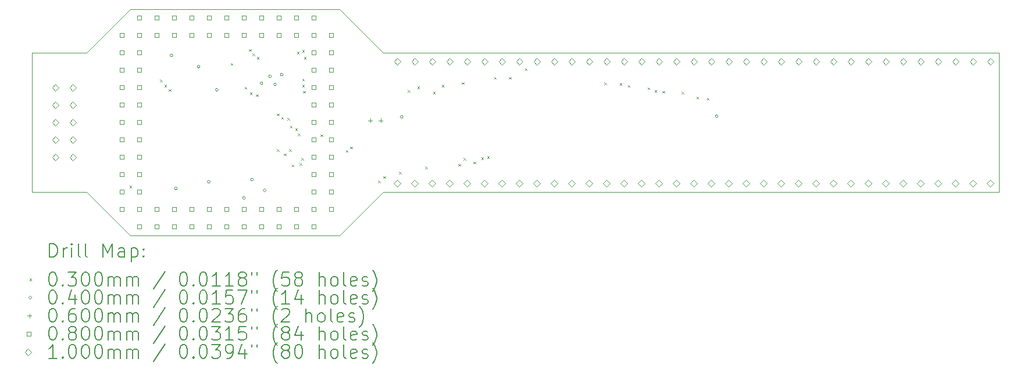
<source format=gbr>
%TF.GenerationSoftware,KiCad,Pcbnew,7.0.5-0*%
%TF.CreationDate,2023-07-15T23:21:01+02:00*%
%TF.ProjectId,atf1508_plcc84_breakout,61746631-3530-4385-9f70-6c636338345f,B*%
%TF.SameCoordinates,Original*%
%TF.FileFunction,Drillmap*%
%TF.FilePolarity,Positive*%
%FSLAX45Y45*%
G04 Gerber Fmt 4.5, Leading zero omitted, Abs format (unit mm)*
G04 Created by KiCad (PCBNEW 7.0.5-0) date 2023-07-15 23:21:01*
%MOMM*%
%LPD*%
G01*
G04 APERTURE LIST*
%ADD10C,0.100000*%
%ADD11C,0.200000*%
%ADD12C,0.030000*%
%ADD13C,0.040000*%
%ADD14C,0.060000*%
%ADD15C,0.080000*%
G04 APERTURE END LIST*
D10*
X12115800Y-7874000D02*
X12750800Y-7239000D01*
X9067800Y-4572000D02*
X8432800Y-5207000D01*
X9067800Y-7874000D02*
X12115800Y-7874000D01*
X21717000Y-7239000D02*
X12750800Y-7239000D01*
X8432800Y-5207000D02*
X7632700Y-5207000D01*
X9067800Y-7874000D02*
X8432800Y-7239000D01*
X9067800Y-4572000D02*
X12115800Y-4572000D01*
X21717000Y-5207000D02*
X21717000Y-7239000D01*
X12750800Y-5207000D02*
X12115800Y-4572000D01*
X7632700Y-7239000D02*
X7632700Y-5207000D01*
X12750800Y-5207000D02*
X21717000Y-5207000D01*
X8432800Y-7239000D02*
X7632700Y-7239000D01*
D11*
D12*
X9052800Y-7147800D02*
X9082800Y-7177800D01*
X9082800Y-7147800D02*
X9052800Y-7177800D01*
X9497300Y-5598400D02*
X9527300Y-5628400D01*
X9527300Y-5598400D02*
X9497300Y-5628400D01*
X9560800Y-5674600D02*
X9590800Y-5704600D01*
X9590800Y-5674600D02*
X9560800Y-5704600D01*
X9624300Y-5738100D02*
X9654300Y-5768100D01*
X9654300Y-5738100D02*
X9624300Y-5768100D01*
X10526000Y-5357100D02*
X10556000Y-5387100D01*
X10556000Y-5357100D02*
X10526000Y-5387100D01*
X10731740Y-5704650D02*
X10761740Y-5734650D01*
X10761740Y-5704650D02*
X10731740Y-5734650D01*
X10792700Y-5153900D02*
X10822700Y-5183900D01*
X10822700Y-5153900D02*
X10792700Y-5183900D01*
X10805400Y-5786360D02*
X10835400Y-5816360D01*
X10835400Y-5786360D02*
X10805400Y-5816360D01*
X10843500Y-5217400D02*
X10873500Y-5247400D01*
X10873500Y-5217400D02*
X10843500Y-5247400D01*
X10896311Y-5817369D02*
X10926311Y-5847369D01*
X10926311Y-5817369D02*
X10896311Y-5847369D01*
X10907000Y-5268200D02*
X10937000Y-5298200D01*
X10937000Y-5268200D02*
X10907000Y-5298200D01*
X11199100Y-6093700D02*
X11229100Y-6123700D01*
X11229100Y-6093700D02*
X11199100Y-6123700D01*
X11199100Y-6614400D02*
X11229100Y-6644400D01*
X11229100Y-6614400D02*
X11199100Y-6644400D01*
X11262600Y-6144500D02*
X11292600Y-6174500D01*
X11292600Y-6144500D02*
X11262600Y-6174500D01*
X11300700Y-6677900D02*
X11330700Y-6707900D01*
X11330700Y-6677900D02*
X11300700Y-6707900D01*
X11351500Y-6157200D02*
X11381500Y-6187200D01*
X11381500Y-6157200D02*
X11351500Y-6187200D01*
X11376900Y-6614400D02*
X11406900Y-6644400D01*
X11406900Y-6614400D02*
X11376900Y-6644400D01*
X11389600Y-6271500D02*
X11419600Y-6301500D01*
X11419600Y-6271500D02*
X11389600Y-6301500D01*
X11415000Y-6841905D02*
X11445000Y-6871905D01*
X11445000Y-6841905D02*
X11415000Y-6871905D01*
X11465800Y-6309600D02*
X11495800Y-6339600D01*
X11495800Y-6309600D02*
X11465800Y-6339600D01*
X11491200Y-5192000D02*
X11521200Y-5222000D01*
X11521200Y-5192000D02*
X11491200Y-5222000D01*
X11503900Y-6385800D02*
X11533900Y-6415800D01*
X11533900Y-6385800D02*
X11503900Y-6415800D01*
X11529300Y-6817600D02*
X11559300Y-6847600D01*
X11559300Y-6817600D02*
X11529300Y-6847600D01*
X11554700Y-6741400D02*
X11584700Y-6771400D01*
X11584700Y-6741400D02*
X11554700Y-6771400D01*
X11567400Y-5166600D02*
X11597400Y-5196600D01*
X11597400Y-5166600D02*
X11567400Y-5196600D01*
X11567400Y-5585700D02*
X11597400Y-5615700D01*
X11597400Y-5585700D02*
X11567400Y-5615700D01*
X11567400Y-5674600D02*
X11597400Y-5704600D01*
X11597400Y-5674600D02*
X11567400Y-5704600D01*
X11580100Y-5763500D02*
X11610100Y-5793500D01*
X11610100Y-5763500D02*
X11580100Y-5793500D01*
X11592800Y-5268200D02*
X11622800Y-5298200D01*
X11622800Y-5268200D02*
X11592800Y-5298200D01*
X11834100Y-6398500D02*
X11864100Y-6428500D01*
X11864100Y-6398500D02*
X11834100Y-6428500D01*
X12202400Y-6627100D02*
X12232400Y-6657100D01*
X12232400Y-6627100D02*
X12202400Y-6657100D01*
X12265900Y-6576300D02*
X12295900Y-6606300D01*
X12295900Y-6576300D02*
X12265900Y-6606300D01*
X12672300Y-7071600D02*
X12702300Y-7101600D01*
X12702300Y-7071600D02*
X12672300Y-7101600D01*
X12748500Y-7008100D02*
X12778500Y-7038100D01*
X12778500Y-7008100D02*
X12748500Y-7038100D01*
X12977100Y-6944600D02*
X13007100Y-6974600D01*
X13007100Y-6944600D02*
X12977100Y-6974600D01*
X13104100Y-5750800D02*
X13134100Y-5780800D01*
X13134100Y-5750800D02*
X13104100Y-5780800D01*
X13243800Y-5700000D02*
X13273800Y-5730000D01*
X13273800Y-5700000D02*
X13243800Y-5730000D01*
X13358100Y-6868400D02*
X13388100Y-6898400D01*
X13388100Y-6868400D02*
X13358100Y-6898400D01*
X13472400Y-5776200D02*
X13502400Y-5806200D01*
X13502400Y-5776200D02*
X13472400Y-5806200D01*
X13599400Y-5674600D02*
X13629400Y-5704600D01*
X13629400Y-5674600D02*
X13599400Y-5704600D01*
X13840700Y-6830300D02*
X13870700Y-6860300D01*
X13870700Y-6830300D02*
X13840700Y-6860300D01*
X13891502Y-5636500D02*
X13921502Y-5666500D01*
X13921502Y-5636500D02*
X13891502Y-5666500D01*
X13916900Y-6741400D02*
X13946900Y-6771400D01*
X13946900Y-6741400D02*
X13916900Y-6771400D01*
X14062950Y-6798550D02*
X14092950Y-6828550D01*
X14092950Y-6798550D02*
X14062950Y-6828550D01*
X14177250Y-6735050D02*
X14207250Y-6765050D01*
X14207250Y-6735050D02*
X14177250Y-6765050D01*
X14259800Y-6716155D02*
X14289800Y-6746155D01*
X14289800Y-6716155D02*
X14259800Y-6746155D01*
X14361400Y-5560300D02*
X14391400Y-5590300D01*
X14391400Y-5560300D02*
X14361400Y-5590300D01*
X14577300Y-5560300D02*
X14607300Y-5590300D01*
X14607300Y-5560300D02*
X14577300Y-5590300D01*
X14808985Y-5436385D02*
X14838985Y-5466385D01*
X14838985Y-5436385D02*
X14808985Y-5466385D01*
X15967950Y-5642850D02*
X15997950Y-5672850D01*
X15997950Y-5642850D02*
X15967950Y-5672850D01*
X16190200Y-5649200D02*
X16220200Y-5679200D01*
X16220200Y-5649200D02*
X16190200Y-5679200D01*
X16310850Y-5680950D02*
X16340850Y-5710950D01*
X16340850Y-5680950D02*
X16310850Y-5710950D01*
X16596600Y-5712700D02*
X16626600Y-5742700D01*
X16626600Y-5712700D02*
X16596600Y-5742700D01*
X16698200Y-5750800D02*
X16728200Y-5780800D01*
X16728200Y-5750800D02*
X16698200Y-5780800D01*
X16812500Y-5763500D02*
X16842500Y-5793500D01*
X16842500Y-5763500D02*
X16812500Y-5793500D01*
X17091900Y-5776200D02*
X17121900Y-5806200D01*
X17121900Y-5776200D02*
X17091900Y-5806200D01*
X17307088Y-5851687D02*
X17337088Y-5881687D01*
X17337088Y-5851687D02*
X17307088Y-5881687D01*
X17460200Y-5865100D02*
X17490200Y-5895100D01*
X17490200Y-5865100D02*
X17460200Y-5895100D01*
D13*
X9684700Y-5245100D02*
G75*
G03*
X9684700Y-5245100I-20000J0D01*
G01*
X9748549Y-7188549D02*
G75*
G03*
X9748549Y-7188549I-20000J0D01*
G01*
X10078400Y-5410200D02*
G75*
G03*
X10078400Y-5410200I-20000J0D01*
G01*
X10227100Y-7090300D02*
G75*
G03*
X10227100Y-7090300I-20000J0D01*
G01*
X10345100Y-5749235D02*
G75*
G03*
X10345100Y-5749235I-20000J0D01*
G01*
X10738800Y-7327900D02*
G75*
G03*
X10738800Y-7327900I-20000J0D01*
G01*
X10856964Y-7058033D02*
G75*
G03*
X10856964Y-7058033I-20000J0D01*
G01*
X10994650Y-5653350D02*
G75*
G03*
X10994650Y-5653350I-20000J0D01*
G01*
X11041450Y-7215750D02*
G75*
G03*
X11041450Y-7215750I-20000J0D01*
G01*
X11119800Y-5552440D02*
G75*
G03*
X11119800Y-5552440I-20000J0D01*
G01*
X11192524Y-5669998D02*
G75*
G03*
X11192524Y-5669998I-20000J0D01*
G01*
X11289523Y-5526970D02*
G75*
G03*
X11289523Y-5526970I-20000J0D01*
G01*
X13036880Y-6145535D02*
G75*
G03*
X13036880Y-6145535I-20000J0D01*
G01*
X17621816Y-6134100D02*
G75*
G03*
X17621816Y-6134100I-20000J0D01*
G01*
D14*
X12560300Y-6167600D02*
X12560300Y-6227600D01*
X12530300Y-6197600D02*
X12590300Y-6197600D01*
X12710300Y-6167600D02*
X12710300Y-6227600D01*
X12680300Y-6197600D02*
X12740300Y-6197600D01*
D15*
X8969085Y-4981285D02*
X8969085Y-4924716D01*
X8912516Y-4924716D01*
X8912516Y-4981285D01*
X8969085Y-4981285D01*
X8969085Y-5235285D02*
X8969085Y-5178716D01*
X8912516Y-5178716D01*
X8912516Y-5235285D01*
X8969085Y-5235285D01*
X8969085Y-5489285D02*
X8969085Y-5432716D01*
X8912516Y-5432716D01*
X8912516Y-5489285D01*
X8969085Y-5489285D01*
X8969085Y-5743284D02*
X8969085Y-5686715D01*
X8912516Y-5686715D01*
X8912516Y-5743284D01*
X8969085Y-5743284D01*
X8969085Y-5997284D02*
X8969085Y-5940715D01*
X8912516Y-5940715D01*
X8912516Y-5997284D01*
X8969085Y-5997284D01*
X8969085Y-6251284D02*
X8969085Y-6194715D01*
X8912516Y-6194715D01*
X8912516Y-6251284D01*
X8969085Y-6251284D01*
X8969085Y-6505284D02*
X8969085Y-6448715D01*
X8912516Y-6448715D01*
X8912516Y-6505284D01*
X8969085Y-6505284D01*
X8969085Y-6759284D02*
X8969085Y-6702715D01*
X8912516Y-6702715D01*
X8912516Y-6759284D01*
X8969085Y-6759284D01*
X8969085Y-7013284D02*
X8969085Y-6956715D01*
X8912516Y-6956715D01*
X8912516Y-7013284D01*
X8969085Y-7013284D01*
X8969085Y-7267284D02*
X8969085Y-7210715D01*
X8912516Y-7210715D01*
X8912516Y-7267284D01*
X8969085Y-7267284D01*
X8969085Y-7521284D02*
X8969085Y-7464715D01*
X8912516Y-7464715D01*
X8912516Y-7521284D01*
X8969085Y-7521284D01*
X9223085Y-4727285D02*
X9223085Y-4670716D01*
X9166516Y-4670716D01*
X9166516Y-4727285D01*
X9223085Y-4727285D01*
X9223085Y-4981285D02*
X9223085Y-4924716D01*
X9166516Y-4924716D01*
X9166516Y-4981285D01*
X9223085Y-4981285D01*
X9223085Y-5235285D02*
X9223085Y-5178716D01*
X9166516Y-5178716D01*
X9166516Y-5235285D01*
X9223085Y-5235285D01*
X9223085Y-5489285D02*
X9223085Y-5432716D01*
X9166516Y-5432716D01*
X9166516Y-5489285D01*
X9223085Y-5489285D01*
X9223085Y-5743284D02*
X9223085Y-5686715D01*
X9166516Y-5686715D01*
X9166516Y-5743284D01*
X9223085Y-5743284D01*
X9223085Y-5997284D02*
X9223085Y-5940715D01*
X9166516Y-5940715D01*
X9166516Y-5997284D01*
X9223085Y-5997284D01*
X9223085Y-6251284D02*
X9223085Y-6194715D01*
X9166516Y-6194715D01*
X9166516Y-6251284D01*
X9223085Y-6251284D01*
X9223085Y-6505284D02*
X9223085Y-6448715D01*
X9166516Y-6448715D01*
X9166516Y-6505284D01*
X9223085Y-6505284D01*
X9223085Y-6759284D02*
X9223085Y-6702715D01*
X9166516Y-6702715D01*
X9166516Y-6759284D01*
X9223085Y-6759284D01*
X9223085Y-7013284D02*
X9223085Y-6956715D01*
X9166516Y-6956715D01*
X9166516Y-7013284D01*
X9223085Y-7013284D01*
X9223085Y-7267284D02*
X9223085Y-7210715D01*
X9166516Y-7210715D01*
X9166516Y-7267284D01*
X9223085Y-7267284D01*
X9223085Y-7521284D02*
X9223085Y-7464715D01*
X9166516Y-7464715D01*
X9166516Y-7521284D01*
X9223085Y-7521284D01*
X9223085Y-7775284D02*
X9223085Y-7718715D01*
X9166516Y-7718715D01*
X9166516Y-7775284D01*
X9223085Y-7775284D01*
X9477085Y-4727285D02*
X9477085Y-4670716D01*
X9420516Y-4670716D01*
X9420516Y-4727285D01*
X9477085Y-4727285D01*
X9477085Y-4981285D02*
X9477085Y-4924716D01*
X9420516Y-4924716D01*
X9420516Y-4981285D01*
X9477085Y-4981285D01*
X9477085Y-7521284D02*
X9477085Y-7464715D01*
X9420516Y-7464715D01*
X9420516Y-7521284D01*
X9477085Y-7521284D01*
X9477085Y-7775284D02*
X9477085Y-7718715D01*
X9420516Y-7718715D01*
X9420516Y-7775284D01*
X9477085Y-7775284D01*
X9731085Y-4727285D02*
X9731085Y-4670716D01*
X9674516Y-4670716D01*
X9674516Y-4727285D01*
X9731085Y-4727285D01*
X9731085Y-4981285D02*
X9731085Y-4924716D01*
X9674516Y-4924716D01*
X9674516Y-4981285D01*
X9731085Y-4981285D01*
X9731085Y-7521284D02*
X9731085Y-7464715D01*
X9674516Y-7464715D01*
X9674516Y-7521284D01*
X9731085Y-7521284D01*
X9731085Y-7775284D02*
X9731085Y-7718715D01*
X9674516Y-7718715D01*
X9674516Y-7775284D01*
X9731085Y-7775284D01*
X9985085Y-4727285D02*
X9985085Y-4670716D01*
X9928516Y-4670716D01*
X9928516Y-4727285D01*
X9985085Y-4727285D01*
X9985085Y-4981285D02*
X9985085Y-4924716D01*
X9928516Y-4924716D01*
X9928516Y-4981285D01*
X9985085Y-4981285D01*
X9985085Y-7521284D02*
X9985085Y-7464715D01*
X9928516Y-7464715D01*
X9928516Y-7521284D01*
X9985085Y-7521284D01*
X9985085Y-7775284D02*
X9985085Y-7718715D01*
X9928516Y-7718715D01*
X9928516Y-7775284D01*
X9985085Y-7775284D01*
X10239085Y-4727285D02*
X10239085Y-4670716D01*
X10182516Y-4670716D01*
X10182516Y-4727285D01*
X10239085Y-4727285D01*
X10239085Y-4981285D02*
X10239085Y-4924716D01*
X10182516Y-4924716D01*
X10182516Y-4981285D01*
X10239085Y-4981285D01*
X10239085Y-7521284D02*
X10239085Y-7464715D01*
X10182516Y-7464715D01*
X10182516Y-7521284D01*
X10239085Y-7521284D01*
X10239085Y-7775284D02*
X10239085Y-7718715D01*
X10182516Y-7718715D01*
X10182516Y-7775284D01*
X10239085Y-7775284D01*
X10493085Y-4727285D02*
X10493085Y-4670716D01*
X10436516Y-4670716D01*
X10436516Y-4727285D01*
X10493085Y-4727285D01*
X10493085Y-4981285D02*
X10493085Y-4924716D01*
X10436516Y-4924716D01*
X10436516Y-4981285D01*
X10493085Y-4981285D01*
X10493085Y-7521284D02*
X10493085Y-7464715D01*
X10436516Y-7464715D01*
X10436516Y-7521284D01*
X10493085Y-7521284D01*
X10493085Y-7775284D02*
X10493085Y-7718715D01*
X10436516Y-7718715D01*
X10436516Y-7775284D01*
X10493085Y-7775284D01*
X10747085Y-4727285D02*
X10747085Y-4670716D01*
X10690516Y-4670716D01*
X10690516Y-4727285D01*
X10747085Y-4727285D01*
X10747085Y-4981285D02*
X10747085Y-4924716D01*
X10690516Y-4924716D01*
X10690516Y-4981285D01*
X10747085Y-4981285D01*
X10747085Y-7521284D02*
X10747085Y-7464715D01*
X10690516Y-7464715D01*
X10690516Y-7521284D01*
X10747085Y-7521284D01*
X10747085Y-7775284D02*
X10747085Y-7718715D01*
X10690516Y-7718715D01*
X10690516Y-7775284D01*
X10747085Y-7775284D01*
X11001085Y-4727285D02*
X11001085Y-4670716D01*
X10944516Y-4670716D01*
X10944516Y-4727285D01*
X11001085Y-4727285D01*
X11001085Y-4981285D02*
X11001085Y-4924716D01*
X10944516Y-4924716D01*
X10944516Y-4981285D01*
X11001085Y-4981285D01*
X11001085Y-7521284D02*
X11001085Y-7464715D01*
X10944516Y-7464715D01*
X10944516Y-7521284D01*
X11001085Y-7521284D01*
X11001085Y-7775284D02*
X11001085Y-7718715D01*
X10944516Y-7718715D01*
X10944516Y-7775284D01*
X11001085Y-7775284D01*
X11255084Y-4727285D02*
X11255084Y-4670716D01*
X11198515Y-4670716D01*
X11198515Y-4727285D01*
X11255084Y-4727285D01*
X11255084Y-4981285D02*
X11255084Y-4924716D01*
X11198515Y-4924716D01*
X11198515Y-4981285D01*
X11255084Y-4981285D01*
X11255084Y-7521284D02*
X11255084Y-7464715D01*
X11198515Y-7464715D01*
X11198515Y-7521284D01*
X11255084Y-7521284D01*
X11255084Y-7775284D02*
X11255084Y-7718715D01*
X11198515Y-7718715D01*
X11198515Y-7775284D01*
X11255084Y-7775284D01*
X11509084Y-4727285D02*
X11509084Y-4670716D01*
X11452515Y-4670716D01*
X11452515Y-4727285D01*
X11509084Y-4727285D01*
X11509084Y-4981285D02*
X11509084Y-4924716D01*
X11452515Y-4924716D01*
X11452515Y-4981285D01*
X11509084Y-4981285D01*
X11509084Y-7521284D02*
X11509084Y-7464715D01*
X11452515Y-7464715D01*
X11452515Y-7521284D01*
X11509084Y-7521284D01*
X11509084Y-7775284D02*
X11509084Y-7718715D01*
X11452515Y-7718715D01*
X11452515Y-7775284D01*
X11509084Y-7775284D01*
X11763084Y-4727285D02*
X11763084Y-4670716D01*
X11706515Y-4670716D01*
X11706515Y-4727285D01*
X11763084Y-4727285D01*
X11763084Y-4981285D02*
X11763084Y-4924716D01*
X11706515Y-4924716D01*
X11706515Y-4981285D01*
X11763084Y-4981285D01*
X11763084Y-5235285D02*
X11763084Y-5178716D01*
X11706515Y-5178716D01*
X11706515Y-5235285D01*
X11763084Y-5235285D01*
X11763084Y-5489285D02*
X11763084Y-5432716D01*
X11706515Y-5432716D01*
X11706515Y-5489285D01*
X11763084Y-5489285D01*
X11763084Y-5743284D02*
X11763084Y-5686715D01*
X11706515Y-5686715D01*
X11706515Y-5743284D01*
X11763084Y-5743284D01*
X11763084Y-5997284D02*
X11763084Y-5940715D01*
X11706515Y-5940715D01*
X11706515Y-5997284D01*
X11763084Y-5997284D01*
X11763084Y-6251284D02*
X11763084Y-6194715D01*
X11706515Y-6194715D01*
X11706515Y-6251284D01*
X11763084Y-6251284D01*
X11763084Y-6505284D02*
X11763084Y-6448715D01*
X11706515Y-6448715D01*
X11706515Y-6505284D01*
X11763084Y-6505284D01*
X11763084Y-6759284D02*
X11763084Y-6702715D01*
X11706515Y-6702715D01*
X11706515Y-6759284D01*
X11763084Y-6759284D01*
X11763084Y-7013284D02*
X11763084Y-6956715D01*
X11706515Y-6956715D01*
X11706515Y-7013284D01*
X11763084Y-7013284D01*
X11763084Y-7267284D02*
X11763084Y-7210715D01*
X11706515Y-7210715D01*
X11706515Y-7267284D01*
X11763084Y-7267284D01*
X11763084Y-7521284D02*
X11763084Y-7464715D01*
X11706515Y-7464715D01*
X11706515Y-7521284D01*
X11763084Y-7521284D01*
X11763084Y-7775284D02*
X11763084Y-7718715D01*
X11706515Y-7718715D01*
X11706515Y-7775284D01*
X11763084Y-7775284D01*
X12017084Y-4981285D02*
X12017084Y-4924716D01*
X11960515Y-4924716D01*
X11960515Y-4981285D01*
X12017084Y-4981285D01*
X12017084Y-5235285D02*
X12017084Y-5178716D01*
X11960515Y-5178716D01*
X11960515Y-5235285D01*
X12017084Y-5235285D01*
X12017084Y-5489285D02*
X12017084Y-5432716D01*
X11960515Y-5432716D01*
X11960515Y-5489285D01*
X12017084Y-5489285D01*
X12017084Y-5743284D02*
X12017084Y-5686715D01*
X11960515Y-5686715D01*
X11960515Y-5743284D01*
X12017084Y-5743284D01*
X12017084Y-5997284D02*
X12017084Y-5940715D01*
X11960515Y-5940715D01*
X11960515Y-5997284D01*
X12017084Y-5997284D01*
X12017084Y-6251284D02*
X12017084Y-6194715D01*
X11960515Y-6194715D01*
X11960515Y-6251284D01*
X12017084Y-6251284D01*
X12017084Y-6505284D02*
X12017084Y-6448715D01*
X11960515Y-6448715D01*
X11960515Y-6505284D01*
X12017084Y-6505284D01*
X12017084Y-6759284D02*
X12017084Y-6702715D01*
X11960515Y-6702715D01*
X11960515Y-6759284D01*
X12017084Y-6759284D01*
X12017084Y-7013284D02*
X12017084Y-6956715D01*
X11960515Y-6956715D01*
X11960515Y-7013284D01*
X12017084Y-7013284D01*
X12017084Y-7267284D02*
X12017084Y-7210715D01*
X11960515Y-7210715D01*
X11960515Y-7267284D01*
X12017084Y-7267284D01*
X12017084Y-7521284D02*
X12017084Y-7464715D01*
X11960515Y-7464715D01*
X11960515Y-7521284D01*
X12017084Y-7521284D01*
D10*
X7975600Y-5765000D02*
X8025600Y-5715000D01*
X7975600Y-5665000D01*
X7925600Y-5715000D01*
X7975600Y-5765000D01*
X7975600Y-6019000D02*
X8025600Y-5969000D01*
X7975600Y-5919000D01*
X7925600Y-5969000D01*
X7975600Y-6019000D01*
X7975600Y-6273000D02*
X8025600Y-6223000D01*
X7975600Y-6173000D01*
X7925600Y-6223000D01*
X7975600Y-6273000D01*
X7975600Y-6527000D02*
X8025600Y-6477000D01*
X7975600Y-6427000D01*
X7925600Y-6477000D01*
X7975600Y-6527000D01*
X7975600Y-6781000D02*
X8025600Y-6731000D01*
X7975600Y-6681000D01*
X7925600Y-6731000D01*
X7975600Y-6781000D01*
X8229600Y-5765000D02*
X8279600Y-5715000D01*
X8229600Y-5665000D01*
X8179600Y-5715000D01*
X8229600Y-5765000D01*
X8229600Y-6019000D02*
X8279600Y-5969000D01*
X8229600Y-5919000D01*
X8179600Y-5969000D01*
X8229600Y-6019000D01*
X8229600Y-6273000D02*
X8279600Y-6223000D01*
X8229600Y-6173000D01*
X8179600Y-6223000D01*
X8229600Y-6273000D01*
X8229600Y-6527000D02*
X8279600Y-6477000D01*
X8229600Y-6427000D01*
X8179600Y-6477000D01*
X8229600Y-6527000D01*
X8229600Y-6781000D02*
X8279600Y-6731000D01*
X8229600Y-6681000D01*
X8179600Y-6731000D01*
X8229600Y-6781000D01*
X12953500Y-7162000D02*
X13003500Y-7112000D01*
X12953500Y-7062000D01*
X12903500Y-7112000D01*
X12953500Y-7162000D01*
X12954000Y-5384000D02*
X13004000Y-5334000D01*
X12954000Y-5284000D01*
X12904000Y-5334000D01*
X12954000Y-5384000D01*
X13207500Y-7162000D02*
X13257500Y-7112000D01*
X13207500Y-7062000D01*
X13157500Y-7112000D01*
X13207500Y-7162000D01*
X13208000Y-5384000D02*
X13258000Y-5334000D01*
X13208000Y-5284000D01*
X13158000Y-5334000D01*
X13208000Y-5384000D01*
X13461500Y-7162000D02*
X13511500Y-7112000D01*
X13461500Y-7062000D01*
X13411500Y-7112000D01*
X13461500Y-7162000D01*
X13462000Y-5384000D02*
X13512000Y-5334000D01*
X13462000Y-5284000D01*
X13412000Y-5334000D01*
X13462000Y-5384000D01*
X13715500Y-7162000D02*
X13765500Y-7112000D01*
X13715500Y-7062000D01*
X13665500Y-7112000D01*
X13715500Y-7162000D01*
X13716000Y-5384000D02*
X13766000Y-5334000D01*
X13716000Y-5284000D01*
X13666000Y-5334000D01*
X13716000Y-5384000D01*
X13969500Y-7162000D02*
X14019500Y-7112000D01*
X13969500Y-7062000D01*
X13919500Y-7112000D01*
X13969500Y-7162000D01*
X13970000Y-5384000D02*
X14020000Y-5334000D01*
X13970000Y-5284000D01*
X13920000Y-5334000D01*
X13970000Y-5384000D01*
X14223500Y-7162000D02*
X14273500Y-7112000D01*
X14223500Y-7062000D01*
X14173500Y-7112000D01*
X14223500Y-7162000D01*
X14224000Y-5384000D02*
X14274000Y-5334000D01*
X14224000Y-5284000D01*
X14174000Y-5334000D01*
X14224000Y-5384000D01*
X14477500Y-7162000D02*
X14527500Y-7112000D01*
X14477500Y-7062000D01*
X14427500Y-7112000D01*
X14477500Y-7162000D01*
X14478000Y-5384000D02*
X14528000Y-5334000D01*
X14478000Y-5284000D01*
X14428000Y-5334000D01*
X14478000Y-5384000D01*
X14731500Y-7162000D02*
X14781500Y-7112000D01*
X14731500Y-7062000D01*
X14681500Y-7112000D01*
X14731500Y-7162000D01*
X14732000Y-5384000D02*
X14782000Y-5334000D01*
X14732000Y-5284000D01*
X14682000Y-5334000D01*
X14732000Y-5384000D01*
X14985500Y-7162000D02*
X15035500Y-7112000D01*
X14985500Y-7062000D01*
X14935500Y-7112000D01*
X14985500Y-7162000D01*
X14986000Y-5384000D02*
X15036000Y-5334000D01*
X14986000Y-5284000D01*
X14936000Y-5334000D01*
X14986000Y-5384000D01*
X15239500Y-7162000D02*
X15289500Y-7112000D01*
X15239500Y-7062000D01*
X15189500Y-7112000D01*
X15239500Y-7162000D01*
X15240000Y-5384000D02*
X15290000Y-5334000D01*
X15240000Y-5284000D01*
X15190000Y-5334000D01*
X15240000Y-5384000D01*
X15493500Y-7162000D02*
X15543500Y-7112000D01*
X15493500Y-7062000D01*
X15443500Y-7112000D01*
X15493500Y-7162000D01*
X15494000Y-5384000D02*
X15544000Y-5334000D01*
X15494000Y-5284000D01*
X15444000Y-5334000D01*
X15494000Y-5384000D01*
X15747500Y-7162000D02*
X15797500Y-7112000D01*
X15747500Y-7062000D01*
X15697500Y-7112000D01*
X15747500Y-7162000D01*
X15748000Y-5384000D02*
X15798000Y-5334000D01*
X15748000Y-5284000D01*
X15698000Y-5334000D01*
X15748000Y-5384000D01*
X16001500Y-7162000D02*
X16051500Y-7112000D01*
X16001500Y-7062000D01*
X15951500Y-7112000D01*
X16001500Y-7162000D01*
X16002000Y-5384000D02*
X16052000Y-5334000D01*
X16002000Y-5284000D01*
X15952000Y-5334000D01*
X16002000Y-5384000D01*
X16255500Y-7162000D02*
X16305500Y-7112000D01*
X16255500Y-7062000D01*
X16205500Y-7112000D01*
X16255500Y-7162000D01*
X16256000Y-5384000D02*
X16306000Y-5334000D01*
X16256000Y-5284000D01*
X16206000Y-5334000D01*
X16256000Y-5384000D01*
X16509500Y-7162000D02*
X16559500Y-7112000D01*
X16509500Y-7062000D01*
X16459500Y-7112000D01*
X16509500Y-7162000D01*
X16510000Y-5384000D02*
X16560000Y-5334000D01*
X16510000Y-5284000D01*
X16460000Y-5334000D01*
X16510000Y-5384000D01*
X16763500Y-7162000D02*
X16813500Y-7112000D01*
X16763500Y-7062000D01*
X16713500Y-7112000D01*
X16763500Y-7162000D01*
X16764000Y-5384000D02*
X16814000Y-5334000D01*
X16764000Y-5284000D01*
X16714000Y-5334000D01*
X16764000Y-5384000D01*
X17017500Y-7162000D02*
X17067500Y-7112000D01*
X17017500Y-7062000D01*
X16967500Y-7112000D01*
X17017500Y-7162000D01*
X17018000Y-5384000D02*
X17068000Y-5334000D01*
X17018000Y-5284000D01*
X16968000Y-5334000D01*
X17018000Y-5384000D01*
X17271500Y-7162000D02*
X17321500Y-7112000D01*
X17271500Y-7062000D01*
X17221500Y-7112000D01*
X17271500Y-7162000D01*
X17272000Y-5384000D02*
X17322000Y-5334000D01*
X17272000Y-5284000D01*
X17222000Y-5334000D01*
X17272000Y-5384000D01*
X17525500Y-7162000D02*
X17575500Y-7112000D01*
X17525500Y-7062000D01*
X17475500Y-7112000D01*
X17525500Y-7162000D01*
X17526000Y-5384000D02*
X17576000Y-5334000D01*
X17526000Y-5284000D01*
X17476000Y-5334000D01*
X17526000Y-5384000D01*
X17779500Y-7162000D02*
X17829500Y-7112000D01*
X17779500Y-7062000D01*
X17729500Y-7112000D01*
X17779500Y-7162000D01*
X17780000Y-5384000D02*
X17830000Y-5334000D01*
X17780000Y-5284000D01*
X17730000Y-5334000D01*
X17780000Y-5384000D01*
X18033500Y-7162000D02*
X18083500Y-7112000D01*
X18033500Y-7062000D01*
X17983500Y-7112000D01*
X18033500Y-7162000D01*
X18034000Y-5384000D02*
X18084000Y-5334000D01*
X18034000Y-5284000D01*
X17984000Y-5334000D01*
X18034000Y-5384000D01*
X18287500Y-7162000D02*
X18337500Y-7112000D01*
X18287500Y-7062000D01*
X18237500Y-7112000D01*
X18287500Y-7162000D01*
X18288000Y-5384000D02*
X18338000Y-5334000D01*
X18288000Y-5284000D01*
X18238000Y-5334000D01*
X18288000Y-5384000D01*
X18541500Y-7162000D02*
X18591500Y-7112000D01*
X18541500Y-7062000D01*
X18491500Y-7112000D01*
X18541500Y-7162000D01*
X18542000Y-5384000D02*
X18592000Y-5334000D01*
X18542000Y-5284000D01*
X18492000Y-5334000D01*
X18542000Y-5384000D01*
X18795500Y-7162000D02*
X18845500Y-7112000D01*
X18795500Y-7062000D01*
X18745500Y-7112000D01*
X18795500Y-7162000D01*
X18796000Y-5384000D02*
X18846000Y-5334000D01*
X18796000Y-5284000D01*
X18746000Y-5334000D01*
X18796000Y-5384000D01*
X19049500Y-7162000D02*
X19099500Y-7112000D01*
X19049500Y-7062000D01*
X18999500Y-7112000D01*
X19049500Y-7162000D01*
X19050000Y-5384000D02*
X19100000Y-5334000D01*
X19050000Y-5284000D01*
X19000000Y-5334000D01*
X19050000Y-5384000D01*
X19303500Y-7162000D02*
X19353500Y-7112000D01*
X19303500Y-7062000D01*
X19253500Y-7112000D01*
X19303500Y-7162000D01*
X19304000Y-5384000D02*
X19354000Y-5334000D01*
X19304000Y-5284000D01*
X19254000Y-5334000D01*
X19304000Y-5384000D01*
X19557500Y-7162000D02*
X19607500Y-7112000D01*
X19557500Y-7062000D01*
X19507500Y-7112000D01*
X19557500Y-7162000D01*
X19558000Y-5384000D02*
X19608000Y-5334000D01*
X19558000Y-5284000D01*
X19508000Y-5334000D01*
X19558000Y-5384000D01*
X19811500Y-7162000D02*
X19861500Y-7112000D01*
X19811500Y-7062000D01*
X19761500Y-7112000D01*
X19811500Y-7162000D01*
X19812000Y-5384000D02*
X19862000Y-5334000D01*
X19812000Y-5284000D01*
X19762000Y-5334000D01*
X19812000Y-5384000D01*
X20065500Y-7162000D02*
X20115500Y-7112000D01*
X20065500Y-7062000D01*
X20015500Y-7112000D01*
X20065500Y-7162000D01*
X20066000Y-5384000D02*
X20116000Y-5334000D01*
X20066000Y-5284000D01*
X20016000Y-5334000D01*
X20066000Y-5384000D01*
X20319500Y-7162000D02*
X20369500Y-7112000D01*
X20319500Y-7062000D01*
X20269500Y-7112000D01*
X20319500Y-7162000D01*
X20320000Y-5384000D02*
X20370000Y-5334000D01*
X20320000Y-5284000D01*
X20270000Y-5334000D01*
X20320000Y-5384000D01*
X20573500Y-7162000D02*
X20623500Y-7112000D01*
X20573500Y-7062000D01*
X20523500Y-7112000D01*
X20573500Y-7162000D01*
X20574000Y-5384000D02*
X20624000Y-5334000D01*
X20574000Y-5284000D01*
X20524000Y-5334000D01*
X20574000Y-5384000D01*
X20827500Y-7162000D02*
X20877500Y-7112000D01*
X20827500Y-7062000D01*
X20777500Y-7112000D01*
X20827500Y-7162000D01*
X20828000Y-5384000D02*
X20878000Y-5334000D01*
X20828000Y-5284000D01*
X20778000Y-5334000D01*
X20828000Y-5384000D01*
X21081500Y-7162000D02*
X21131500Y-7112000D01*
X21081500Y-7062000D01*
X21031500Y-7112000D01*
X21081500Y-7162000D01*
X21082000Y-5384000D02*
X21132000Y-5334000D01*
X21082000Y-5284000D01*
X21032000Y-5334000D01*
X21082000Y-5384000D01*
X21335500Y-7162000D02*
X21385500Y-7112000D01*
X21335500Y-7062000D01*
X21285500Y-7112000D01*
X21335500Y-7162000D01*
X21336000Y-5384000D02*
X21386000Y-5334000D01*
X21336000Y-5284000D01*
X21286000Y-5334000D01*
X21336000Y-5384000D01*
X21589500Y-7162000D02*
X21639500Y-7112000D01*
X21589500Y-7062000D01*
X21539500Y-7112000D01*
X21589500Y-7162000D01*
X21590000Y-5384000D02*
X21640000Y-5334000D01*
X21590000Y-5284000D01*
X21540000Y-5334000D01*
X21590000Y-5384000D01*
D11*
X7888477Y-8190484D02*
X7888477Y-7990484D01*
X7888477Y-7990484D02*
X7936096Y-7990484D01*
X7936096Y-7990484D02*
X7964667Y-8000008D01*
X7964667Y-8000008D02*
X7983715Y-8019055D01*
X7983715Y-8019055D02*
X7993239Y-8038103D01*
X7993239Y-8038103D02*
X8002762Y-8076198D01*
X8002762Y-8076198D02*
X8002762Y-8104769D01*
X8002762Y-8104769D02*
X7993239Y-8142865D01*
X7993239Y-8142865D02*
X7983715Y-8161912D01*
X7983715Y-8161912D02*
X7964667Y-8180960D01*
X7964667Y-8180960D02*
X7936096Y-8190484D01*
X7936096Y-8190484D02*
X7888477Y-8190484D01*
X8088477Y-8190484D02*
X8088477Y-8057150D01*
X8088477Y-8095246D02*
X8098001Y-8076198D01*
X8098001Y-8076198D02*
X8107524Y-8066674D01*
X8107524Y-8066674D02*
X8126572Y-8057150D01*
X8126572Y-8057150D02*
X8145620Y-8057150D01*
X8212286Y-8190484D02*
X8212286Y-8057150D01*
X8212286Y-7990484D02*
X8202762Y-8000008D01*
X8202762Y-8000008D02*
X8212286Y-8009531D01*
X8212286Y-8009531D02*
X8221810Y-8000008D01*
X8221810Y-8000008D02*
X8212286Y-7990484D01*
X8212286Y-7990484D02*
X8212286Y-8009531D01*
X8336096Y-8190484D02*
X8317048Y-8180960D01*
X8317048Y-8180960D02*
X8307524Y-8161912D01*
X8307524Y-8161912D02*
X8307524Y-7990484D01*
X8440858Y-8190484D02*
X8421810Y-8180960D01*
X8421810Y-8180960D02*
X8412286Y-8161912D01*
X8412286Y-8161912D02*
X8412286Y-7990484D01*
X8669429Y-8190484D02*
X8669429Y-7990484D01*
X8669429Y-7990484D02*
X8736096Y-8133341D01*
X8736096Y-8133341D02*
X8802763Y-7990484D01*
X8802763Y-7990484D02*
X8802763Y-8190484D01*
X8983715Y-8190484D02*
X8983715Y-8085722D01*
X8983715Y-8085722D02*
X8974191Y-8066674D01*
X8974191Y-8066674D02*
X8955144Y-8057150D01*
X8955144Y-8057150D02*
X8917048Y-8057150D01*
X8917048Y-8057150D02*
X8898001Y-8066674D01*
X8983715Y-8180960D02*
X8964667Y-8190484D01*
X8964667Y-8190484D02*
X8917048Y-8190484D01*
X8917048Y-8190484D02*
X8898001Y-8180960D01*
X8898001Y-8180960D02*
X8888477Y-8161912D01*
X8888477Y-8161912D02*
X8888477Y-8142865D01*
X8888477Y-8142865D02*
X8898001Y-8123817D01*
X8898001Y-8123817D02*
X8917048Y-8114293D01*
X8917048Y-8114293D02*
X8964667Y-8114293D01*
X8964667Y-8114293D02*
X8983715Y-8104769D01*
X9078953Y-8057150D02*
X9078953Y-8257150D01*
X9078953Y-8066674D02*
X9098001Y-8057150D01*
X9098001Y-8057150D02*
X9136096Y-8057150D01*
X9136096Y-8057150D02*
X9155144Y-8066674D01*
X9155144Y-8066674D02*
X9164667Y-8076198D01*
X9164667Y-8076198D02*
X9174191Y-8095246D01*
X9174191Y-8095246D02*
X9174191Y-8152388D01*
X9174191Y-8152388D02*
X9164667Y-8171436D01*
X9164667Y-8171436D02*
X9155144Y-8180960D01*
X9155144Y-8180960D02*
X9136096Y-8190484D01*
X9136096Y-8190484D02*
X9098001Y-8190484D01*
X9098001Y-8190484D02*
X9078953Y-8180960D01*
X9259905Y-8171436D02*
X9269429Y-8180960D01*
X9269429Y-8180960D02*
X9259905Y-8190484D01*
X9259905Y-8190484D02*
X9250382Y-8180960D01*
X9250382Y-8180960D02*
X9259905Y-8171436D01*
X9259905Y-8171436D02*
X9259905Y-8190484D01*
X9259905Y-8066674D02*
X9269429Y-8076198D01*
X9269429Y-8076198D02*
X9259905Y-8085722D01*
X9259905Y-8085722D02*
X9250382Y-8076198D01*
X9250382Y-8076198D02*
X9259905Y-8066674D01*
X9259905Y-8066674D02*
X9259905Y-8085722D01*
D12*
X7597700Y-8504000D02*
X7627700Y-8534000D01*
X7627700Y-8504000D02*
X7597700Y-8534000D01*
D11*
X7926572Y-8410484D02*
X7945620Y-8410484D01*
X7945620Y-8410484D02*
X7964667Y-8420008D01*
X7964667Y-8420008D02*
X7974191Y-8429531D01*
X7974191Y-8429531D02*
X7983715Y-8448579D01*
X7983715Y-8448579D02*
X7993239Y-8486674D01*
X7993239Y-8486674D02*
X7993239Y-8534293D01*
X7993239Y-8534293D02*
X7983715Y-8572389D01*
X7983715Y-8572389D02*
X7974191Y-8591436D01*
X7974191Y-8591436D02*
X7964667Y-8600960D01*
X7964667Y-8600960D02*
X7945620Y-8610484D01*
X7945620Y-8610484D02*
X7926572Y-8610484D01*
X7926572Y-8610484D02*
X7907524Y-8600960D01*
X7907524Y-8600960D02*
X7898001Y-8591436D01*
X7898001Y-8591436D02*
X7888477Y-8572389D01*
X7888477Y-8572389D02*
X7878953Y-8534293D01*
X7878953Y-8534293D02*
X7878953Y-8486674D01*
X7878953Y-8486674D02*
X7888477Y-8448579D01*
X7888477Y-8448579D02*
X7898001Y-8429531D01*
X7898001Y-8429531D02*
X7907524Y-8420008D01*
X7907524Y-8420008D02*
X7926572Y-8410484D01*
X8078953Y-8591436D02*
X8088477Y-8600960D01*
X8088477Y-8600960D02*
X8078953Y-8610484D01*
X8078953Y-8610484D02*
X8069429Y-8600960D01*
X8069429Y-8600960D02*
X8078953Y-8591436D01*
X8078953Y-8591436D02*
X8078953Y-8610484D01*
X8155143Y-8410484D02*
X8278953Y-8410484D01*
X8278953Y-8410484D02*
X8212286Y-8486674D01*
X8212286Y-8486674D02*
X8240858Y-8486674D01*
X8240858Y-8486674D02*
X8259905Y-8496198D01*
X8259905Y-8496198D02*
X8269429Y-8505722D01*
X8269429Y-8505722D02*
X8278953Y-8524770D01*
X8278953Y-8524770D02*
X8278953Y-8572389D01*
X8278953Y-8572389D02*
X8269429Y-8591436D01*
X8269429Y-8591436D02*
X8259905Y-8600960D01*
X8259905Y-8600960D02*
X8240858Y-8610484D01*
X8240858Y-8610484D02*
X8183715Y-8610484D01*
X8183715Y-8610484D02*
X8164667Y-8600960D01*
X8164667Y-8600960D02*
X8155143Y-8591436D01*
X8402763Y-8410484D02*
X8421810Y-8410484D01*
X8421810Y-8410484D02*
X8440858Y-8420008D01*
X8440858Y-8420008D02*
X8450382Y-8429531D01*
X8450382Y-8429531D02*
X8459905Y-8448579D01*
X8459905Y-8448579D02*
X8469429Y-8486674D01*
X8469429Y-8486674D02*
X8469429Y-8534293D01*
X8469429Y-8534293D02*
X8459905Y-8572389D01*
X8459905Y-8572389D02*
X8450382Y-8591436D01*
X8450382Y-8591436D02*
X8440858Y-8600960D01*
X8440858Y-8600960D02*
X8421810Y-8610484D01*
X8421810Y-8610484D02*
X8402763Y-8610484D01*
X8402763Y-8610484D02*
X8383715Y-8600960D01*
X8383715Y-8600960D02*
X8374191Y-8591436D01*
X8374191Y-8591436D02*
X8364667Y-8572389D01*
X8364667Y-8572389D02*
X8355143Y-8534293D01*
X8355143Y-8534293D02*
X8355143Y-8486674D01*
X8355143Y-8486674D02*
X8364667Y-8448579D01*
X8364667Y-8448579D02*
X8374191Y-8429531D01*
X8374191Y-8429531D02*
X8383715Y-8420008D01*
X8383715Y-8420008D02*
X8402763Y-8410484D01*
X8593239Y-8410484D02*
X8612286Y-8410484D01*
X8612286Y-8410484D02*
X8631334Y-8420008D01*
X8631334Y-8420008D02*
X8640858Y-8429531D01*
X8640858Y-8429531D02*
X8650382Y-8448579D01*
X8650382Y-8448579D02*
X8659905Y-8486674D01*
X8659905Y-8486674D02*
X8659905Y-8534293D01*
X8659905Y-8534293D02*
X8650382Y-8572389D01*
X8650382Y-8572389D02*
X8640858Y-8591436D01*
X8640858Y-8591436D02*
X8631334Y-8600960D01*
X8631334Y-8600960D02*
X8612286Y-8610484D01*
X8612286Y-8610484D02*
X8593239Y-8610484D01*
X8593239Y-8610484D02*
X8574191Y-8600960D01*
X8574191Y-8600960D02*
X8564667Y-8591436D01*
X8564667Y-8591436D02*
X8555144Y-8572389D01*
X8555144Y-8572389D02*
X8545620Y-8534293D01*
X8545620Y-8534293D02*
X8545620Y-8486674D01*
X8545620Y-8486674D02*
X8555144Y-8448579D01*
X8555144Y-8448579D02*
X8564667Y-8429531D01*
X8564667Y-8429531D02*
X8574191Y-8420008D01*
X8574191Y-8420008D02*
X8593239Y-8410484D01*
X8745620Y-8610484D02*
X8745620Y-8477150D01*
X8745620Y-8496198D02*
X8755144Y-8486674D01*
X8755144Y-8486674D02*
X8774191Y-8477150D01*
X8774191Y-8477150D02*
X8802763Y-8477150D01*
X8802763Y-8477150D02*
X8821810Y-8486674D01*
X8821810Y-8486674D02*
X8831334Y-8505722D01*
X8831334Y-8505722D02*
X8831334Y-8610484D01*
X8831334Y-8505722D02*
X8840858Y-8486674D01*
X8840858Y-8486674D02*
X8859905Y-8477150D01*
X8859905Y-8477150D02*
X8888477Y-8477150D01*
X8888477Y-8477150D02*
X8907525Y-8486674D01*
X8907525Y-8486674D02*
X8917048Y-8505722D01*
X8917048Y-8505722D02*
X8917048Y-8610484D01*
X9012286Y-8610484D02*
X9012286Y-8477150D01*
X9012286Y-8496198D02*
X9021810Y-8486674D01*
X9021810Y-8486674D02*
X9040858Y-8477150D01*
X9040858Y-8477150D02*
X9069429Y-8477150D01*
X9069429Y-8477150D02*
X9088477Y-8486674D01*
X9088477Y-8486674D02*
X9098001Y-8505722D01*
X9098001Y-8505722D02*
X9098001Y-8610484D01*
X9098001Y-8505722D02*
X9107525Y-8486674D01*
X9107525Y-8486674D02*
X9126572Y-8477150D01*
X9126572Y-8477150D02*
X9155144Y-8477150D01*
X9155144Y-8477150D02*
X9174191Y-8486674D01*
X9174191Y-8486674D02*
X9183715Y-8505722D01*
X9183715Y-8505722D02*
X9183715Y-8610484D01*
X9574191Y-8400960D02*
X9402763Y-8658103D01*
X9831334Y-8410484D02*
X9850382Y-8410484D01*
X9850382Y-8410484D02*
X9869429Y-8420008D01*
X9869429Y-8420008D02*
X9878953Y-8429531D01*
X9878953Y-8429531D02*
X9888477Y-8448579D01*
X9888477Y-8448579D02*
X9898001Y-8486674D01*
X9898001Y-8486674D02*
X9898001Y-8534293D01*
X9898001Y-8534293D02*
X9888477Y-8572389D01*
X9888477Y-8572389D02*
X9878953Y-8591436D01*
X9878953Y-8591436D02*
X9869429Y-8600960D01*
X9869429Y-8600960D02*
X9850382Y-8610484D01*
X9850382Y-8610484D02*
X9831334Y-8610484D01*
X9831334Y-8610484D02*
X9812287Y-8600960D01*
X9812287Y-8600960D02*
X9802763Y-8591436D01*
X9802763Y-8591436D02*
X9793239Y-8572389D01*
X9793239Y-8572389D02*
X9783715Y-8534293D01*
X9783715Y-8534293D02*
X9783715Y-8486674D01*
X9783715Y-8486674D02*
X9793239Y-8448579D01*
X9793239Y-8448579D02*
X9802763Y-8429531D01*
X9802763Y-8429531D02*
X9812287Y-8420008D01*
X9812287Y-8420008D02*
X9831334Y-8410484D01*
X9983715Y-8591436D02*
X9993239Y-8600960D01*
X9993239Y-8600960D02*
X9983715Y-8610484D01*
X9983715Y-8610484D02*
X9974191Y-8600960D01*
X9974191Y-8600960D02*
X9983715Y-8591436D01*
X9983715Y-8591436D02*
X9983715Y-8610484D01*
X10117048Y-8410484D02*
X10136096Y-8410484D01*
X10136096Y-8410484D02*
X10155144Y-8420008D01*
X10155144Y-8420008D02*
X10164668Y-8429531D01*
X10164668Y-8429531D02*
X10174191Y-8448579D01*
X10174191Y-8448579D02*
X10183715Y-8486674D01*
X10183715Y-8486674D02*
X10183715Y-8534293D01*
X10183715Y-8534293D02*
X10174191Y-8572389D01*
X10174191Y-8572389D02*
X10164668Y-8591436D01*
X10164668Y-8591436D02*
X10155144Y-8600960D01*
X10155144Y-8600960D02*
X10136096Y-8610484D01*
X10136096Y-8610484D02*
X10117048Y-8610484D01*
X10117048Y-8610484D02*
X10098001Y-8600960D01*
X10098001Y-8600960D02*
X10088477Y-8591436D01*
X10088477Y-8591436D02*
X10078953Y-8572389D01*
X10078953Y-8572389D02*
X10069429Y-8534293D01*
X10069429Y-8534293D02*
X10069429Y-8486674D01*
X10069429Y-8486674D02*
X10078953Y-8448579D01*
X10078953Y-8448579D02*
X10088477Y-8429531D01*
X10088477Y-8429531D02*
X10098001Y-8420008D01*
X10098001Y-8420008D02*
X10117048Y-8410484D01*
X10374191Y-8610484D02*
X10259906Y-8610484D01*
X10317048Y-8610484D02*
X10317048Y-8410484D01*
X10317048Y-8410484D02*
X10298001Y-8439055D01*
X10298001Y-8439055D02*
X10278953Y-8458103D01*
X10278953Y-8458103D02*
X10259906Y-8467627D01*
X10564668Y-8610484D02*
X10450382Y-8610484D01*
X10507525Y-8610484D02*
X10507525Y-8410484D01*
X10507525Y-8410484D02*
X10488477Y-8439055D01*
X10488477Y-8439055D02*
X10469429Y-8458103D01*
X10469429Y-8458103D02*
X10450382Y-8467627D01*
X10678953Y-8496198D02*
X10659906Y-8486674D01*
X10659906Y-8486674D02*
X10650382Y-8477150D01*
X10650382Y-8477150D02*
X10640858Y-8458103D01*
X10640858Y-8458103D02*
X10640858Y-8448579D01*
X10640858Y-8448579D02*
X10650382Y-8429531D01*
X10650382Y-8429531D02*
X10659906Y-8420008D01*
X10659906Y-8420008D02*
X10678953Y-8410484D01*
X10678953Y-8410484D02*
X10717049Y-8410484D01*
X10717049Y-8410484D02*
X10736096Y-8420008D01*
X10736096Y-8420008D02*
X10745620Y-8429531D01*
X10745620Y-8429531D02*
X10755144Y-8448579D01*
X10755144Y-8448579D02*
X10755144Y-8458103D01*
X10755144Y-8458103D02*
X10745620Y-8477150D01*
X10745620Y-8477150D02*
X10736096Y-8486674D01*
X10736096Y-8486674D02*
X10717049Y-8496198D01*
X10717049Y-8496198D02*
X10678953Y-8496198D01*
X10678953Y-8496198D02*
X10659906Y-8505722D01*
X10659906Y-8505722D02*
X10650382Y-8515246D01*
X10650382Y-8515246D02*
X10640858Y-8534293D01*
X10640858Y-8534293D02*
X10640858Y-8572389D01*
X10640858Y-8572389D02*
X10650382Y-8591436D01*
X10650382Y-8591436D02*
X10659906Y-8600960D01*
X10659906Y-8600960D02*
X10678953Y-8610484D01*
X10678953Y-8610484D02*
X10717049Y-8610484D01*
X10717049Y-8610484D02*
X10736096Y-8600960D01*
X10736096Y-8600960D02*
X10745620Y-8591436D01*
X10745620Y-8591436D02*
X10755144Y-8572389D01*
X10755144Y-8572389D02*
X10755144Y-8534293D01*
X10755144Y-8534293D02*
X10745620Y-8515246D01*
X10745620Y-8515246D02*
X10736096Y-8505722D01*
X10736096Y-8505722D02*
X10717049Y-8496198D01*
X10831334Y-8410484D02*
X10831334Y-8448579D01*
X10907525Y-8410484D02*
X10907525Y-8448579D01*
X11202763Y-8686674D02*
X11193239Y-8677150D01*
X11193239Y-8677150D02*
X11174191Y-8648579D01*
X11174191Y-8648579D02*
X11164668Y-8629531D01*
X11164668Y-8629531D02*
X11155144Y-8600960D01*
X11155144Y-8600960D02*
X11145620Y-8553341D01*
X11145620Y-8553341D02*
X11145620Y-8515246D01*
X11145620Y-8515246D02*
X11155144Y-8467627D01*
X11155144Y-8467627D02*
X11164668Y-8439055D01*
X11164668Y-8439055D02*
X11174191Y-8420008D01*
X11174191Y-8420008D02*
X11193239Y-8391436D01*
X11193239Y-8391436D02*
X11202763Y-8381912D01*
X11374191Y-8410484D02*
X11278953Y-8410484D01*
X11278953Y-8410484D02*
X11269429Y-8505722D01*
X11269429Y-8505722D02*
X11278953Y-8496198D01*
X11278953Y-8496198D02*
X11298001Y-8486674D01*
X11298001Y-8486674D02*
X11345620Y-8486674D01*
X11345620Y-8486674D02*
X11364668Y-8496198D01*
X11364668Y-8496198D02*
X11374191Y-8505722D01*
X11374191Y-8505722D02*
X11383715Y-8524770D01*
X11383715Y-8524770D02*
X11383715Y-8572389D01*
X11383715Y-8572389D02*
X11374191Y-8591436D01*
X11374191Y-8591436D02*
X11364668Y-8600960D01*
X11364668Y-8600960D02*
X11345620Y-8610484D01*
X11345620Y-8610484D02*
X11298001Y-8610484D01*
X11298001Y-8610484D02*
X11278953Y-8600960D01*
X11278953Y-8600960D02*
X11269429Y-8591436D01*
X11498001Y-8496198D02*
X11478953Y-8486674D01*
X11478953Y-8486674D02*
X11469429Y-8477150D01*
X11469429Y-8477150D02*
X11459906Y-8458103D01*
X11459906Y-8458103D02*
X11459906Y-8448579D01*
X11459906Y-8448579D02*
X11469429Y-8429531D01*
X11469429Y-8429531D02*
X11478953Y-8420008D01*
X11478953Y-8420008D02*
X11498001Y-8410484D01*
X11498001Y-8410484D02*
X11536096Y-8410484D01*
X11536096Y-8410484D02*
X11555144Y-8420008D01*
X11555144Y-8420008D02*
X11564668Y-8429531D01*
X11564668Y-8429531D02*
X11574191Y-8448579D01*
X11574191Y-8448579D02*
X11574191Y-8458103D01*
X11574191Y-8458103D02*
X11564668Y-8477150D01*
X11564668Y-8477150D02*
X11555144Y-8486674D01*
X11555144Y-8486674D02*
X11536096Y-8496198D01*
X11536096Y-8496198D02*
X11498001Y-8496198D01*
X11498001Y-8496198D02*
X11478953Y-8505722D01*
X11478953Y-8505722D02*
X11469429Y-8515246D01*
X11469429Y-8515246D02*
X11459906Y-8534293D01*
X11459906Y-8534293D02*
X11459906Y-8572389D01*
X11459906Y-8572389D02*
X11469429Y-8591436D01*
X11469429Y-8591436D02*
X11478953Y-8600960D01*
X11478953Y-8600960D02*
X11498001Y-8610484D01*
X11498001Y-8610484D02*
X11536096Y-8610484D01*
X11536096Y-8610484D02*
X11555144Y-8600960D01*
X11555144Y-8600960D02*
X11564668Y-8591436D01*
X11564668Y-8591436D02*
X11574191Y-8572389D01*
X11574191Y-8572389D02*
X11574191Y-8534293D01*
X11574191Y-8534293D02*
X11564668Y-8515246D01*
X11564668Y-8515246D02*
X11555144Y-8505722D01*
X11555144Y-8505722D02*
X11536096Y-8496198D01*
X11812287Y-8610484D02*
X11812287Y-8410484D01*
X11898001Y-8610484D02*
X11898001Y-8505722D01*
X11898001Y-8505722D02*
X11888477Y-8486674D01*
X11888477Y-8486674D02*
X11869430Y-8477150D01*
X11869430Y-8477150D02*
X11840858Y-8477150D01*
X11840858Y-8477150D02*
X11821810Y-8486674D01*
X11821810Y-8486674D02*
X11812287Y-8496198D01*
X12021810Y-8610484D02*
X12002763Y-8600960D01*
X12002763Y-8600960D02*
X11993239Y-8591436D01*
X11993239Y-8591436D02*
X11983715Y-8572389D01*
X11983715Y-8572389D02*
X11983715Y-8515246D01*
X11983715Y-8515246D02*
X11993239Y-8496198D01*
X11993239Y-8496198D02*
X12002763Y-8486674D01*
X12002763Y-8486674D02*
X12021810Y-8477150D01*
X12021810Y-8477150D02*
X12050382Y-8477150D01*
X12050382Y-8477150D02*
X12069430Y-8486674D01*
X12069430Y-8486674D02*
X12078953Y-8496198D01*
X12078953Y-8496198D02*
X12088477Y-8515246D01*
X12088477Y-8515246D02*
X12088477Y-8572389D01*
X12088477Y-8572389D02*
X12078953Y-8591436D01*
X12078953Y-8591436D02*
X12069430Y-8600960D01*
X12069430Y-8600960D02*
X12050382Y-8610484D01*
X12050382Y-8610484D02*
X12021810Y-8610484D01*
X12202763Y-8610484D02*
X12183715Y-8600960D01*
X12183715Y-8600960D02*
X12174191Y-8581912D01*
X12174191Y-8581912D02*
X12174191Y-8410484D01*
X12355144Y-8600960D02*
X12336096Y-8610484D01*
X12336096Y-8610484D02*
X12298001Y-8610484D01*
X12298001Y-8610484D02*
X12278953Y-8600960D01*
X12278953Y-8600960D02*
X12269430Y-8581912D01*
X12269430Y-8581912D02*
X12269430Y-8505722D01*
X12269430Y-8505722D02*
X12278953Y-8486674D01*
X12278953Y-8486674D02*
X12298001Y-8477150D01*
X12298001Y-8477150D02*
X12336096Y-8477150D01*
X12336096Y-8477150D02*
X12355144Y-8486674D01*
X12355144Y-8486674D02*
X12364668Y-8505722D01*
X12364668Y-8505722D02*
X12364668Y-8524770D01*
X12364668Y-8524770D02*
X12269430Y-8543817D01*
X12440858Y-8600960D02*
X12459906Y-8610484D01*
X12459906Y-8610484D02*
X12498001Y-8610484D01*
X12498001Y-8610484D02*
X12517049Y-8600960D01*
X12517049Y-8600960D02*
X12526572Y-8581912D01*
X12526572Y-8581912D02*
X12526572Y-8572389D01*
X12526572Y-8572389D02*
X12517049Y-8553341D01*
X12517049Y-8553341D02*
X12498001Y-8543817D01*
X12498001Y-8543817D02*
X12469430Y-8543817D01*
X12469430Y-8543817D02*
X12450382Y-8534293D01*
X12450382Y-8534293D02*
X12440858Y-8515246D01*
X12440858Y-8515246D02*
X12440858Y-8505722D01*
X12440858Y-8505722D02*
X12450382Y-8486674D01*
X12450382Y-8486674D02*
X12469430Y-8477150D01*
X12469430Y-8477150D02*
X12498001Y-8477150D01*
X12498001Y-8477150D02*
X12517049Y-8486674D01*
X12593239Y-8686674D02*
X12602763Y-8677150D01*
X12602763Y-8677150D02*
X12621811Y-8648579D01*
X12621811Y-8648579D02*
X12631334Y-8629531D01*
X12631334Y-8629531D02*
X12640858Y-8600960D01*
X12640858Y-8600960D02*
X12650382Y-8553341D01*
X12650382Y-8553341D02*
X12650382Y-8515246D01*
X12650382Y-8515246D02*
X12640858Y-8467627D01*
X12640858Y-8467627D02*
X12631334Y-8439055D01*
X12631334Y-8439055D02*
X12621811Y-8420008D01*
X12621811Y-8420008D02*
X12602763Y-8391436D01*
X12602763Y-8391436D02*
X12593239Y-8381912D01*
D13*
X7627700Y-8783000D02*
G75*
G03*
X7627700Y-8783000I-20000J0D01*
G01*
D11*
X7926572Y-8674484D02*
X7945620Y-8674484D01*
X7945620Y-8674484D02*
X7964667Y-8684008D01*
X7964667Y-8684008D02*
X7974191Y-8693531D01*
X7974191Y-8693531D02*
X7983715Y-8712579D01*
X7983715Y-8712579D02*
X7993239Y-8750674D01*
X7993239Y-8750674D02*
X7993239Y-8798293D01*
X7993239Y-8798293D02*
X7983715Y-8836389D01*
X7983715Y-8836389D02*
X7974191Y-8855436D01*
X7974191Y-8855436D02*
X7964667Y-8864960D01*
X7964667Y-8864960D02*
X7945620Y-8874484D01*
X7945620Y-8874484D02*
X7926572Y-8874484D01*
X7926572Y-8874484D02*
X7907524Y-8864960D01*
X7907524Y-8864960D02*
X7898001Y-8855436D01*
X7898001Y-8855436D02*
X7888477Y-8836389D01*
X7888477Y-8836389D02*
X7878953Y-8798293D01*
X7878953Y-8798293D02*
X7878953Y-8750674D01*
X7878953Y-8750674D02*
X7888477Y-8712579D01*
X7888477Y-8712579D02*
X7898001Y-8693531D01*
X7898001Y-8693531D02*
X7907524Y-8684008D01*
X7907524Y-8684008D02*
X7926572Y-8674484D01*
X8078953Y-8855436D02*
X8088477Y-8864960D01*
X8088477Y-8864960D02*
X8078953Y-8874484D01*
X8078953Y-8874484D02*
X8069429Y-8864960D01*
X8069429Y-8864960D02*
X8078953Y-8855436D01*
X8078953Y-8855436D02*
X8078953Y-8874484D01*
X8259905Y-8741150D02*
X8259905Y-8874484D01*
X8212286Y-8664960D02*
X8164667Y-8807817D01*
X8164667Y-8807817D02*
X8288477Y-8807817D01*
X8402763Y-8674484D02*
X8421810Y-8674484D01*
X8421810Y-8674484D02*
X8440858Y-8684008D01*
X8440858Y-8684008D02*
X8450382Y-8693531D01*
X8450382Y-8693531D02*
X8459905Y-8712579D01*
X8459905Y-8712579D02*
X8469429Y-8750674D01*
X8469429Y-8750674D02*
X8469429Y-8798293D01*
X8469429Y-8798293D02*
X8459905Y-8836389D01*
X8459905Y-8836389D02*
X8450382Y-8855436D01*
X8450382Y-8855436D02*
X8440858Y-8864960D01*
X8440858Y-8864960D02*
X8421810Y-8874484D01*
X8421810Y-8874484D02*
X8402763Y-8874484D01*
X8402763Y-8874484D02*
X8383715Y-8864960D01*
X8383715Y-8864960D02*
X8374191Y-8855436D01*
X8374191Y-8855436D02*
X8364667Y-8836389D01*
X8364667Y-8836389D02*
X8355143Y-8798293D01*
X8355143Y-8798293D02*
X8355143Y-8750674D01*
X8355143Y-8750674D02*
X8364667Y-8712579D01*
X8364667Y-8712579D02*
X8374191Y-8693531D01*
X8374191Y-8693531D02*
X8383715Y-8684008D01*
X8383715Y-8684008D02*
X8402763Y-8674484D01*
X8593239Y-8674484D02*
X8612286Y-8674484D01*
X8612286Y-8674484D02*
X8631334Y-8684008D01*
X8631334Y-8684008D02*
X8640858Y-8693531D01*
X8640858Y-8693531D02*
X8650382Y-8712579D01*
X8650382Y-8712579D02*
X8659905Y-8750674D01*
X8659905Y-8750674D02*
X8659905Y-8798293D01*
X8659905Y-8798293D02*
X8650382Y-8836389D01*
X8650382Y-8836389D02*
X8640858Y-8855436D01*
X8640858Y-8855436D02*
X8631334Y-8864960D01*
X8631334Y-8864960D02*
X8612286Y-8874484D01*
X8612286Y-8874484D02*
X8593239Y-8874484D01*
X8593239Y-8874484D02*
X8574191Y-8864960D01*
X8574191Y-8864960D02*
X8564667Y-8855436D01*
X8564667Y-8855436D02*
X8555144Y-8836389D01*
X8555144Y-8836389D02*
X8545620Y-8798293D01*
X8545620Y-8798293D02*
X8545620Y-8750674D01*
X8545620Y-8750674D02*
X8555144Y-8712579D01*
X8555144Y-8712579D02*
X8564667Y-8693531D01*
X8564667Y-8693531D02*
X8574191Y-8684008D01*
X8574191Y-8684008D02*
X8593239Y-8674484D01*
X8745620Y-8874484D02*
X8745620Y-8741150D01*
X8745620Y-8760198D02*
X8755144Y-8750674D01*
X8755144Y-8750674D02*
X8774191Y-8741150D01*
X8774191Y-8741150D02*
X8802763Y-8741150D01*
X8802763Y-8741150D02*
X8821810Y-8750674D01*
X8821810Y-8750674D02*
X8831334Y-8769722D01*
X8831334Y-8769722D02*
X8831334Y-8874484D01*
X8831334Y-8769722D02*
X8840858Y-8750674D01*
X8840858Y-8750674D02*
X8859905Y-8741150D01*
X8859905Y-8741150D02*
X8888477Y-8741150D01*
X8888477Y-8741150D02*
X8907525Y-8750674D01*
X8907525Y-8750674D02*
X8917048Y-8769722D01*
X8917048Y-8769722D02*
X8917048Y-8874484D01*
X9012286Y-8874484D02*
X9012286Y-8741150D01*
X9012286Y-8760198D02*
X9021810Y-8750674D01*
X9021810Y-8750674D02*
X9040858Y-8741150D01*
X9040858Y-8741150D02*
X9069429Y-8741150D01*
X9069429Y-8741150D02*
X9088477Y-8750674D01*
X9088477Y-8750674D02*
X9098001Y-8769722D01*
X9098001Y-8769722D02*
X9098001Y-8874484D01*
X9098001Y-8769722D02*
X9107525Y-8750674D01*
X9107525Y-8750674D02*
X9126572Y-8741150D01*
X9126572Y-8741150D02*
X9155144Y-8741150D01*
X9155144Y-8741150D02*
X9174191Y-8750674D01*
X9174191Y-8750674D02*
X9183715Y-8769722D01*
X9183715Y-8769722D02*
X9183715Y-8874484D01*
X9574191Y-8664960D02*
X9402763Y-8922103D01*
X9831334Y-8674484D02*
X9850382Y-8674484D01*
X9850382Y-8674484D02*
X9869429Y-8684008D01*
X9869429Y-8684008D02*
X9878953Y-8693531D01*
X9878953Y-8693531D02*
X9888477Y-8712579D01*
X9888477Y-8712579D02*
X9898001Y-8750674D01*
X9898001Y-8750674D02*
X9898001Y-8798293D01*
X9898001Y-8798293D02*
X9888477Y-8836389D01*
X9888477Y-8836389D02*
X9878953Y-8855436D01*
X9878953Y-8855436D02*
X9869429Y-8864960D01*
X9869429Y-8864960D02*
X9850382Y-8874484D01*
X9850382Y-8874484D02*
X9831334Y-8874484D01*
X9831334Y-8874484D02*
X9812287Y-8864960D01*
X9812287Y-8864960D02*
X9802763Y-8855436D01*
X9802763Y-8855436D02*
X9793239Y-8836389D01*
X9793239Y-8836389D02*
X9783715Y-8798293D01*
X9783715Y-8798293D02*
X9783715Y-8750674D01*
X9783715Y-8750674D02*
X9793239Y-8712579D01*
X9793239Y-8712579D02*
X9802763Y-8693531D01*
X9802763Y-8693531D02*
X9812287Y-8684008D01*
X9812287Y-8684008D02*
X9831334Y-8674484D01*
X9983715Y-8855436D02*
X9993239Y-8864960D01*
X9993239Y-8864960D02*
X9983715Y-8874484D01*
X9983715Y-8874484D02*
X9974191Y-8864960D01*
X9974191Y-8864960D02*
X9983715Y-8855436D01*
X9983715Y-8855436D02*
X9983715Y-8874484D01*
X10117048Y-8674484D02*
X10136096Y-8674484D01*
X10136096Y-8674484D02*
X10155144Y-8684008D01*
X10155144Y-8684008D02*
X10164668Y-8693531D01*
X10164668Y-8693531D02*
X10174191Y-8712579D01*
X10174191Y-8712579D02*
X10183715Y-8750674D01*
X10183715Y-8750674D02*
X10183715Y-8798293D01*
X10183715Y-8798293D02*
X10174191Y-8836389D01*
X10174191Y-8836389D02*
X10164668Y-8855436D01*
X10164668Y-8855436D02*
X10155144Y-8864960D01*
X10155144Y-8864960D02*
X10136096Y-8874484D01*
X10136096Y-8874484D02*
X10117048Y-8874484D01*
X10117048Y-8874484D02*
X10098001Y-8864960D01*
X10098001Y-8864960D02*
X10088477Y-8855436D01*
X10088477Y-8855436D02*
X10078953Y-8836389D01*
X10078953Y-8836389D02*
X10069429Y-8798293D01*
X10069429Y-8798293D02*
X10069429Y-8750674D01*
X10069429Y-8750674D02*
X10078953Y-8712579D01*
X10078953Y-8712579D02*
X10088477Y-8693531D01*
X10088477Y-8693531D02*
X10098001Y-8684008D01*
X10098001Y-8684008D02*
X10117048Y-8674484D01*
X10374191Y-8874484D02*
X10259906Y-8874484D01*
X10317048Y-8874484D02*
X10317048Y-8674484D01*
X10317048Y-8674484D02*
X10298001Y-8703055D01*
X10298001Y-8703055D02*
X10278953Y-8722103D01*
X10278953Y-8722103D02*
X10259906Y-8731627D01*
X10555144Y-8674484D02*
X10459906Y-8674484D01*
X10459906Y-8674484D02*
X10450382Y-8769722D01*
X10450382Y-8769722D02*
X10459906Y-8760198D01*
X10459906Y-8760198D02*
X10478953Y-8750674D01*
X10478953Y-8750674D02*
X10526572Y-8750674D01*
X10526572Y-8750674D02*
X10545620Y-8760198D01*
X10545620Y-8760198D02*
X10555144Y-8769722D01*
X10555144Y-8769722D02*
X10564668Y-8788770D01*
X10564668Y-8788770D02*
X10564668Y-8836389D01*
X10564668Y-8836389D02*
X10555144Y-8855436D01*
X10555144Y-8855436D02*
X10545620Y-8864960D01*
X10545620Y-8864960D02*
X10526572Y-8874484D01*
X10526572Y-8874484D02*
X10478953Y-8874484D01*
X10478953Y-8874484D02*
X10459906Y-8864960D01*
X10459906Y-8864960D02*
X10450382Y-8855436D01*
X10631334Y-8674484D02*
X10764668Y-8674484D01*
X10764668Y-8674484D02*
X10678953Y-8874484D01*
X10831334Y-8674484D02*
X10831334Y-8712579D01*
X10907525Y-8674484D02*
X10907525Y-8712579D01*
X11202763Y-8950674D02*
X11193239Y-8941150D01*
X11193239Y-8941150D02*
X11174191Y-8912579D01*
X11174191Y-8912579D02*
X11164668Y-8893531D01*
X11164668Y-8893531D02*
X11155144Y-8864960D01*
X11155144Y-8864960D02*
X11145620Y-8817341D01*
X11145620Y-8817341D02*
X11145620Y-8779246D01*
X11145620Y-8779246D02*
X11155144Y-8731627D01*
X11155144Y-8731627D02*
X11164668Y-8703055D01*
X11164668Y-8703055D02*
X11174191Y-8684008D01*
X11174191Y-8684008D02*
X11193239Y-8655436D01*
X11193239Y-8655436D02*
X11202763Y-8645912D01*
X11383715Y-8874484D02*
X11269429Y-8874484D01*
X11326572Y-8874484D02*
X11326572Y-8674484D01*
X11326572Y-8674484D02*
X11307525Y-8703055D01*
X11307525Y-8703055D02*
X11288477Y-8722103D01*
X11288477Y-8722103D02*
X11269429Y-8731627D01*
X11555144Y-8741150D02*
X11555144Y-8874484D01*
X11507525Y-8664960D02*
X11459906Y-8807817D01*
X11459906Y-8807817D02*
X11583715Y-8807817D01*
X11812287Y-8874484D02*
X11812287Y-8674484D01*
X11898001Y-8874484D02*
X11898001Y-8769722D01*
X11898001Y-8769722D02*
X11888477Y-8750674D01*
X11888477Y-8750674D02*
X11869430Y-8741150D01*
X11869430Y-8741150D02*
X11840858Y-8741150D01*
X11840858Y-8741150D02*
X11821810Y-8750674D01*
X11821810Y-8750674D02*
X11812287Y-8760198D01*
X12021810Y-8874484D02*
X12002763Y-8864960D01*
X12002763Y-8864960D02*
X11993239Y-8855436D01*
X11993239Y-8855436D02*
X11983715Y-8836389D01*
X11983715Y-8836389D02*
X11983715Y-8779246D01*
X11983715Y-8779246D02*
X11993239Y-8760198D01*
X11993239Y-8760198D02*
X12002763Y-8750674D01*
X12002763Y-8750674D02*
X12021810Y-8741150D01*
X12021810Y-8741150D02*
X12050382Y-8741150D01*
X12050382Y-8741150D02*
X12069430Y-8750674D01*
X12069430Y-8750674D02*
X12078953Y-8760198D01*
X12078953Y-8760198D02*
X12088477Y-8779246D01*
X12088477Y-8779246D02*
X12088477Y-8836389D01*
X12088477Y-8836389D02*
X12078953Y-8855436D01*
X12078953Y-8855436D02*
X12069430Y-8864960D01*
X12069430Y-8864960D02*
X12050382Y-8874484D01*
X12050382Y-8874484D02*
X12021810Y-8874484D01*
X12202763Y-8874484D02*
X12183715Y-8864960D01*
X12183715Y-8864960D02*
X12174191Y-8845912D01*
X12174191Y-8845912D02*
X12174191Y-8674484D01*
X12355144Y-8864960D02*
X12336096Y-8874484D01*
X12336096Y-8874484D02*
X12298001Y-8874484D01*
X12298001Y-8874484D02*
X12278953Y-8864960D01*
X12278953Y-8864960D02*
X12269430Y-8845912D01*
X12269430Y-8845912D02*
X12269430Y-8769722D01*
X12269430Y-8769722D02*
X12278953Y-8750674D01*
X12278953Y-8750674D02*
X12298001Y-8741150D01*
X12298001Y-8741150D02*
X12336096Y-8741150D01*
X12336096Y-8741150D02*
X12355144Y-8750674D01*
X12355144Y-8750674D02*
X12364668Y-8769722D01*
X12364668Y-8769722D02*
X12364668Y-8788770D01*
X12364668Y-8788770D02*
X12269430Y-8807817D01*
X12440858Y-8864960D02*
X12459906Y-8874484D01*
X12459906Y-8874484D02*
X12498001Y-8874484D01*
X12498001Y-8874484D02*
X12517049Y-8864960D01*
X12517049Y-8864960D02*
X12526572Y-8845912D01*
X12526572Y-8845912D02*
X12526572Y-8836389D01*
X12526572Y-8836389D02*
X12517049Y-8817341D01*
X12517049Y-8817341D02*
X12498001Y-8807817D01*
X12498001Y-8807817D02*
X12469430Y-8807817D01*
X12469430Y-8807817D02*
X12450382Y-8798293D01*
X12450382Y-8798293D02*
X12440858Y-8779246D01*
X12440858Y-8779246D02*
X12440858Y-8769722D01*
X12440858Y-8769722D02*
X12450382Y-8750674D01*
X12450382Y-8750674D02*
X12469430Y-8741150D01*
X12469430Y-8741150D02*
X12498001Y-8741150D01*
X12498001Y-8741150D02*
X12517049Y-8750674D01*
X12593239Y-8950674D02*
X12602763Y-8941150D01*
X12602763Y-8941150D02*
X12621811Y-8912579D01*
X12621811Y-8912579D02*
X12631334Y-8893531D01*
X12631334Y-8893531D02*
X12640858Y-8864960D01*
X12640858Y-8864960D02*
X12650382Y-8817341D01*
X12650382Y-8817341D02*
X12650382Y-8779246D01*
X12650382Y-8779246D02*
X12640858Y-8731627D01*
X12640858Y-8731627D02*
X12631334Y-8703055D01*
X12631334Y-8703055D02*
X12621811Y-8684008D01*
X12621811Y-8684008D02*
X12602763Y-8655436D01*
X12602763Y-8655436D02*
X12593239Y-8645912D01*
D14*
X7597700Y-9017000D02*
X7597700Y-9077000D01*
X7567700Y-9047000D02*
X7627700Y-9047000D01*
D11*
X7926572Y-8938484D02*
X7945620Y-8938484D01*
X7945620Y-8938484D02*
X7964667Y-8948008D01*
X7964667Y-8948008D02*
X7974191Y-8957531D01*
X7974191Y-8957531D02*
X7983715Y-8976579D01*
X7983715Y-8976579D02*
X7993239Y-9014674D01*
X7993239Y-9014674D02*
X7993239Y-9062293D01*
X7993239Y-9062293D02*
X7983715Y-9100389D01*
X7983715Y-9100389D02*
X7974191Y-9119436D01*
X7974191Y-9119436D02*
X7964667Y-9128960D01*
X7964667Y-9128960D02*
X7945620Y-9138484D01*
X7945620Y-9138484D02*
X7926572Y-9138484D01*
X7926572Y-9138484D02*
X7907524Y-9128960D01*
X7907524Y-9128960D02*
X7898001Y-9119436D01*
X7898001Y-9119436D02*
X7888477Y-9100389D01*
X7888477Y-9100389D02*
X7878953Y-9062293D01*
X7878953Y-9062293D02*
X7878953Y-9014674D01*
X7878953Y-9014674D02*
X7888477Y-8976579D01*
X7888477Y-8976579D02*
X7898001Y-8957531D01*
X7898001Y-8957531D02*
X7907524Y-8948008D01*
X7907524Y-8948008D02*
X7926572Y-8938484D01*
X8078953Y-9119436D02*
X8088477Y-9128960D01*
X8088477Y-9128960D02*
X8078953Y-9138484D01*
X8078953Y-9138484D02*
X8069429Y-9128960D01*
X8069429Y-9128960D02*
X8078953Y-9119436D01*
X8078953Y-9119436D02*
X8078953Y-9138484D01*
X8259905Y-8938484D02*
X8221810Y-8938484D01*
X8221810Y-8938484D02*
X8202762Y-8948008D01*
X8202762Y-8948008D02*
X8193239Y-8957531D01*
X8193239Y-8957531D02*
X8174191Y-8986103D01*
X8174191Y-8986103D02*
X8164667Y-9024198D01*
X8164667Y-9024198D02*
X8164667Y-9100389D01*
X8164667Y-9100389D02*
X8174191Y-9119436D01*
X8174191Y-9119436D02*
X8183715Y-9128960D01*
X8183715Y-9128960D02*
X8202762Y-9138484D01*
X8202762Y-9138484D02*
X8240858Y-9138484D01*
X8240858Y-9138484D02*
X8259905Y-9128960D01*
X8259905Y-9128960D02*
X8269429Y-9119436D01*
X8269429Y-9119436D02*
X8278953Y-9100389D01*
X8278953Y-9100389D02*
X8278953Y-9052770D01*
X8278953Y-9052770D02*
X8269429Y-9033722D01*
X8269429Y-9033722D02*
X8259905Y-9024198D01*
X8259905Y-9024198D02*
X8240858Y-9014674D01*
X8240858Y-9014674D02*
X8202762Y-9014674D01*
X8202762Y-9014674D02*
X8183715Y-9024198D01*
X8183715Y-9024198D02*
X8174191Y-9033722D01*
X8174191Y-9033722D02*
X8164667Y-9052770D01*
X8402763Y-8938484D02*
X8421810Y-8938484D01*
X8421810Y-8938484D02*
X8440858Y-8948008D01*
X8440858Y-8948008D02*
X8450382Y-8957531D01*
X8450382Y-8957531D02*
X8459905Y-8976579D01*
X8459905Y-8976579D02*
X8469429Y-9014674D01*
X8469429Y-9014674D02*
X8469429Y-9062293D01*
X8469429Y-9062293D02*
X8459905Y-9100389D01*
X8459905Y-9100389D02*
X8450382Y-9119436D01*
X8450382Y-9119436D02*
X8440858Y-9128960D01*
X8440858Y-9128960D02*
X8421810Y-9138484D01*
X8421810Y-9138484D02*
X8402763Y-9138484D01*
X8402763Y-9138484D02*
X8383715Y-9128960D01*
X8383715Y-9128960D02*
X8374191Y-9119436D01*
X8374191Y-9119436D02*
X8364667Y-9100389D01*
X8364667Y-9100389D02*
X8355143Y-9062293D01*
X8355143Y-9062293D02*
X8355143Y-9014674D01*
X8355143Y-9014674D02*
X8364667Y-8976579D01*
X8364667Y-8976579D02*
X8374191Y-8957531D01*
X8374191Y-8957531D02*
X8383715Y-8948008D01*
X8383715Y-8948008D02*
X8402763Y-8938484D01*
X8593239Y-8938484D02*
X8612286Y-8938484D01*
X8612286Y-8938484D02*
X8631334Y-8948008D01*
X8631334Y-8948008D02*
X8640858Y-8957531D01*
X8640858Y-8957531D02*
X8650382Y-8976579D01*
X8650382Y-8976579D02*
X8659905Y-9014674D01*
X8659905Y-9014674D02*
X8659905Y-9062293D01*
X8659905Y-9062293D02*
X8650382Y-9100389D01*
X8650382Y-9100389D02*
X8640858Y-9119436D01*
X8640858Y-9119436D02*
X8631334Y-9128960D01*
X8631334Y-9128960D02*
X8612286Y-9138484D01*
X8612286Y-9138484D02*
X8593239Y-9138484D01*
X8593239Y-9138484D02*
X8574191Y-9128960D01*
X8574191Y-9128960D02*
X8564667Y-9119436D01*
X8564667Y-9119436D02*
X8555144Y-9100389D01*
X8555144Y-9100389D02*
X8545620Y-9062293D01*
X8545620Y-9062293D02*
X8545620Y-9014674D01*
X8545620Y-9014674D02*
X8555144Y-8976579D01*
X8555144Y-8976579D02*
X8564667Y-8957531D01*
X8564667Y-8957531D02*
X8574191Y-8948008D01*
X8574191Y-8948008D02*
X8593239Y-8938484D01*
X8745620Y-9138484D02*
X8745620Y-9005150D01*
X8745620Y-9024198D02*
X8755144Y-9014674D01*
X8755144Y-9014674D02*
X8774191Y-9005150D01*
X8774191Y-9005150D02*
X8802763Y-9005150D01*
X8802763Y-9005150D02*
X8821810Y-9014674D01*
X8821810Y-9014674D02*
X8831334Y-9033722D01*
X8831334Y-9033722D02*
X8831334Y-9138484D01*
X8831334Y-9033722D02*
X8840858Y-9014674D01*
X8840858Y-9014674D02*
X8859905Y-9005150D01*
X8859905Y-9005150D02*
X8888477Y-9005150D01*
X8888477Y-9005150D02*
X8907525Y-9014674D01*
X8907525Y-9014674D02*
X8917048Y-9033722D01*
X8917048Y-9033722D02*
X8917048Y-9138484D01*
X9012286Y-9138484D02*
X9012286Y-9005150D01*
X9012286Y-9024198D02*
X9021810Y-9014674D01*
X9021810Y-9014674D02*
X9040858Y-9005150D01*
X9040858Y-9005150D02*
X9069429Y-9005150D01*
X9069429Y-9005150D02*
X9088477Y-9014674D01*
X9088477Y-9014674D02*
X9098001Y-9033722D01*
X9098001Y-9033722D02*
X9098001Y-9138484D01*
X9098001Y-9033722D02*
X9107525Y-9014674D01*
X9107525Y-9014674D02*
X9126572Y-9005150D01*
X9126572Y-9005150D02*
X9155144Y-9005150D01*
X9155144Y-9005150D02*
X9174191Y-9014674D01*
X9174191Y-9014674D02*
X9183715Y-9033722D01*
X9183715Y-9033722D02*
X9183715Y-9138484D01*
X9574191Y-8928960D02*
X9402763Y-9186103D01*
X9831334Y-8938484D02*
X9850382Y-8938484D01*
X9850382Y-8938484D02*
X9869429Y-8948008D01*
X9869429Y-8948008D02*
X9878953Y-8957531D01*
X9878953Y-8957531D02*
X9888477Y-8976579D01*
X9888477Y-8976579D02*
X9898001Y-9014674D01*
X9898001Y-9014674D02*
X9898001Y-9062293D01*
X9898001Y-9062293D02*
X9888477Y-9100389D01*
X9888477Y-9100389D02*
X9878953Y-9119436D01*
X9878953Y-9119436D02*
X9869429Y-9128960D01*
X9869429Y-9128960D02*
X9850382Y-9138484D01*
X9850382Y-9138484D02*
X9831334Y-9138484D01*
X9831334Y-9138484D02*
X9812287Y-9128960D01*
X9812287Y-9128960D02*
X9802763Y-9119436D01*
X9802763Y-9119436D02*
X9793239Y-9100389D01*
X9793239Y-9100389D02*
X9783715Y-9062293D01*
X9783715Y-9062293D02*
X9783715Y-9014674D01*
X9783715Y-9014674D02*
X9793239Y-8976579D01*
X9793239Y-8976579D02*
X9802763Y-8957531D01*
X9802763Y-8957531D02*
X9812287Y-8948008D01*
X9812287Y-8948008D02*
X9831334Y-8938484D01*
X9983715Y-9119436D02*
X9993239Y-9128960D01*
X9993239Y-9128960D02*
X9983715Y-9138484D01*
X9983715Y-9138484D02*
X9974191Y-9128960D01*
X9974191Y-9128960D02*
X9983715Y-9119436D01*
X9983715Y-9119436D02*
X9983715Y-9138484D01*
X10117048Y-8938484D02*
X10136096Y-8938484D01*
X10136096Y-8938484D02*
X10155144Y-8948008D01*
X10155144Y-8948008D02*
X10164668Y-8957531D01*
X10164668Y-8957531D02*
X10174191Y-8976579D01*
X10174191Y-8976579D02*
X10183715Y-9014674D01*
X10183715Y-9014674D02*
X10183715Y-9062293D01*
X10183715Y-9062293D02*
X10174191Y-9100389D01*
X10174191Y-9100389D02*
X10164668Y-9119436D01*
X10164668Y-9119436D02*
X10155144Y-9128960D01*
X10155144Y-9128960D02*
X10136096Y-9138484D01*
X10136096Y-9138484D02*
X10117048Y-9138484D01*
X10117048Y-9138484D02*
X10098001Y-9128960D01*
X10098001Y-9128960D02*
X10088477Y-9119436D01*
X10088477Y-9119436D02*
X10078953Y-9100389D01*
X10078953Y-9100389D02*
X10069429Y-9062293D01*
X10069429Y-9062293D02*
X10069429Y-9014674D01*
X10069429Y-9014674D02*
X10078953Y-8976579D01*
X10078953Y-8976579D02*
X10088477Y-8957531D01*
X10088477Y-8957531D02*
X10098001Y-8948008D01*
X10098001Y-8948008D02*
X10117048Y-8938484D01*
X10259906Y-8957531D02*
X10269429Y-8948008D01*
X10269429Y-8948008D02*
X10288477Y-8938484D01*
X10288477Y-8938484D02*
X10336096Y-8938484D01*
X10336096Y-8938484D02*
X10355144Y-8948008D01*
X10355144Y-8948008D02*
X10364668Y-8957531D01*
X10364668Y-8957531D02*
X10374191Y-8976579D01*
X10374191Y-8976579D02*
X10374191Y-8995627D01*
X10374191Y-8995627D02*
X10364668Y-9024198D01*
X10364668Y-9024198D02*
X10250382Y-9138484D01*
X10250382Y-9138484D02*
X10374191Y-9138484D01*
X10440858Y-8938484D02*
X10564668Y-8938484D01*
X10564668Y-8938484D02*
X10498001Y-9014674D01*
X10498001Y-9014674D02*
X10526572Y-9014674D01*
X10526572Y-9014674D02*
X10545620Y-9024198D01*
X10545620Y-9024198D02*
X10555144Y-9033722D01*
X10555144Y-9033722D02*
X10564668Y-9052770D01*
X10564668Y-9052770D02*
X10564668Y-9100389D01*
X10564668Y-9100389D02*
X10555144Y-9119436D01*
X10555144Y-9119436D02*
X10545620Y-9128960D01*
X10545620Y-9128960D02*
X10526572Y-9138484D01*
X10526572Y-9138484D02*
X10469429Y-9138484D01*
X10469429Y-9138484D02*
X10450382Y-9128960D01*
X10450382Y-9128960D02*
X10440858Y-9119436D01*
X10736096Y-8938484D02*
X10698001Y-8938484D01*
X10698001Y-8938484D02*
X10678953Y-8948008D01*
X10678953Y-8948008D02*
X10669429Y-8957531D01*
X10669429Y-8957531D02*
X10650382Y-8986103D01*
X10650382Y-8986103D02*
X10640858Y-9024198D01*
X10640858Y-9024198D02*
X10640858Y-9100389D01*
X10640858Y-9100389D02*
X10650382Y-9119436D01*
X10650382Y-9119436D02*
X10659906Y-9128960D01*
X10659906Y-9128960D02*
X10678953Y-9138484D01*
X10678953Y-9138484D02*
X10717049Y-9138484D01*
X10717049Y-9138484D02*
X10736096Y-9128960D01*
X10736096Y-9128960D02*
X10745620Y-9119436D01*
X10745620Y-9119436D02*
X10755144Y-9100389D01*
X10755144Y-9100389D02*
X10755144Y-9052770D01*
X10755144Y-9052770D02*
X10745620Y-9033722D01*
X10745620Y-9033722D02*
X10736096Y-9024198D01*
X10736096Y-9024198D02*
X10717049Y-9014674D01*
X10717049Y-9014674D02*
X10678953Y-9014674D01*
X10678953Y-9014674D02*
X10659906Y-9024198D01*
X10659906Y-9024198D02*
X10650382Y-9033722D01*
X10650382Y-9033722D02*
X10640858Y-9052770D01*
X10831334Y-8938484D02*
X10831334Y-8976579D01*
X10907525Y-8938484D02*
X10907525Y-8976579D01*
X11202763Y-9214674D02*
X11193239Y-9205150D01*
X11193239Y-9205150D02*
X11174191Y-9176579D01*
X11174191Y-9176579D02*
X11164668Y-9157531D01*
X11164668Y-9157531D02*
X11155144Y-9128960D01*
X11155144Y-9128960D02*
X11145620Y-9081341D01*
X11145620Y-9081341D02*
X11145620Y-9043246D01*
X11145620Y-9043246D02*
X11155144Y-8995627D01*
X11155144Y-8995627D02*
X11164668Y-8967055D01*
X11164668Y-8967055D02*
X11174191Y-8948008D01*
X11174191Y-8948008D02*
X11193239Y-8919436D01*
X11193239Y-8919436D02*
X11202763Y-8909912D01*
X11269429Y-8957531D02*
X11278953Y-8948008D01*
X11278953Y-8948008D02*
X11298001Y-8938484D01*
X11298001Y-8938484D02*
X11345620Y-8938484D01*
X11345620Y-8938484D02*
X11364668Y-8948008D01*
X11364668Y-8948008D02*
X11374191Y-8957531D01*
X11374191Y-8957531D02*
X11383715Y-8976579D01*
X11383715Y-8976579D02*
X11383715Y-8995627D01*
X11383715Y-8995627D02*
X11374191Y-9024198D01*
X11374191Y-9024198D02*
X11259906Y-9138484D01*
X11259906Y-9138484D02*
X11383715Y-9138484D01*
X11621810Y-9138484D02*
X11621810Y-8938484D01*
X11707525Y-9138484D02*
X11707525Y-9033722D01*
X11707525Y-9033722D02*
X11698001Y-9014674D01*
X11698001Y-9014674D02*
X11678953Y-9005150D01*
X11678953Y-9005150D02*
X11650382Y-9005150D01*
X11650382Y-9005150D02*
X11631334Y-9014674D01*
X11631334Y-9014674D02*
X11621810Y-9024198D01*
X11831334Y-9138484D02*
X11812287Y-9128960D01*
X11812287Y-9128960D02*
X11802763Y-9119436D01*
X11802763Y-9119436D02*
X11793239Y-9100389D01*
X11793239Y-9100389D02*
X11793239Y-9043246D01*
X11793239Y-9043246D02*
X11802763Y-9024198D01*
X11802763Y-9024198D02*
X11812287Y-9014674D01*
X11812287Y-9014674D02*
X11831334Y-9005150D01*
X11831334Y-9005150D02*
X11859906Y-9005150D01*
X11859906Y-9005150D02*
X11878953Y-9014674D01*
X11878953Y-9014674D02*
X11888477Y-9024198D01*
X11888477Y-9024198D02*
X11898001Y-9043246D01*
X11898001Y-9043246D02*
X11898001Y-9100389D01*
X11898001Y-9100389D02*
X11888477Y-9119436D01*
X11888477Y-9119436D02*
X11878953Y-9128960D01*
X11878953Y-9128960D02*
X11859906Y-9138484D01*
X11859906Y-9138484D02*
X11831334Y-9138484D01*
X12012287Y-9138484D02*
X11993239Y-9128960D01*
X11993239Y-9128960D02*
X11983715Y-9109912D01*
X11983715Y-9109912D02*
X11983715Y-8938484D01*
X12164668Y-9128960D02*
X12145620Y-9138484D01*
X12145620Y-9138484D02*
X12107525Y-9138484D01*
X12107525Y-9138484D02*
X12088477Y-9128960D01*
X12088477Y-9128960D02*
X12078953Y-9109912D01*
X12078953Y-9109912D02*
X12078953Y-9033722D01*
X12078953Y-9033722D02*
X12088477Y-9014674D01*
X12088477Y-9014674D02*
X12107525Y-9005150D01*
X12107525Y-9005150D02*
X12145620Y-9005150D01*
X12145620Y-9005150D02*
X12164668Y-9014674D01*
X12164668Y-9014674D02*
X12174191Y-9033722D01*
X12174191Y-9033722D02*
X12174191Y-9052770D01*
X12174191Y-9052770D02*
X12078953Y-9071817D01*
X12250382Y-9128960D02*
X12269430Y-9138484D01*
X12269430Y-9138484D02*
X12307525Y-9138484D01*
X12307525Y-9138484D02*
X12326572Y-9128960D01*
X12326572Y-9128960D02*
X12336096Y-9109912D01*
X12336096Y-9109912D02*
X12336096Y-9100389D01*
X12336096Y-9100389D02*
X12326572Y-9081341D01*
X12326572Y-9081341D02*
X12307525Y-9071817D01*
X12307525Y-9071817D02*
X12278953Y-9071817D01*
X12278953Y-9071817D02*
X12259906Y-9062293D01*
X12259906Y-9062293D02*
X12250382Y-9043246D01*
X12250382Y-9043246D02*
X12250382Y-9033722D01*
X12250382Y-9033722D02*
X12259906Y-9014674D01*
X12259906Y-9014674D02*
X12278953Y-9005150D01*
X12278953Y-9005150D02*
X12307525Y-9005150D01*
X12307525Y-9005150D02*
X12326572Y-9014674D01*
X12402763Y-9214674D02*
X12412287Y-9205150D01*
X12412287Y-9205150D02*
X12431334Y-9176579D01*
X12431334Y-9176579D02*
X12440858Y-9157531D01*
X12440858Y-9157531D02*
X12450382Y-9128960D01*
X12450382Y-9128960D02*
X12459906Y-9081341D01*
X12459906Y-9081341D02*
X12459906Y-9043246D01*
X12459906Y-9043246D02*
X12450382Y-8995627D01*
X12450382Y-8995627D02*
X12440858Y-8967055D01*
X12440858Y-8967055D02*
X12431334Y-8948008D01*
X12431334Y-8948008D02*
X12412287Y-8919436D01*
X12412287Y-8919436D02*
X12402763Y-8909912D01*
D15*
X7615984Y-9339285D02*
X7615984Y-9282716D01*
X7559415Y-9282716D01*
X7559415Y-9339285D01*
X7615984Y-9339285D01*
D11*
X7926572Y-9202484D02*
X7945620Y-9202484D01*
X7945620Y-9202484D02*
X7964667Y-9212008D01*
X7964667Y-9212008D02*
X7974191Y-9221531D01*
X7974191Y-9221531D02*
X7983715Y-9240579D01*
X7983715Y-9240579D02*
X7993239Y-9278674D01*
X7993239Y-9278674D02*
X7993239Y-9326293D01*
X7993239Y-9326293D02*
X7983715Y-9364389D01*
X7983715Y-9364389D02*
X7974191Y-9383436D01*
X7974191Y-9383436D02*
X7964667Y-9392960D01*
X7964667Y-9392960D02*
X7945620Y-9402484D01*
X7945620Y-9402484D02*
X7926572Y-9402484D01*
X7926572Y-9402484D02*
X7907524Y-9392960D01*
X7907524Y-9392960D02*
X7898001Y-9383436D01*
X7898001Y-9383436D02*
X7888477Y-9364389D01*
X7888477Y-9364389D02*
X7878953Y-9326293D01*
X7878953Y-9326293D02*
X7878953Y-9278674D01*
X7878953Y-9278674D02*
X7888477Y-9240579D01*
X7888477Y-9240579D02*
X7898001Y-9221531D01*
X7898001Y-9221531D02*
X7907524Y-9212008D01*
X7907524Y-9212008D02*
X7926572Y-9202484D01*
X8078953Y-9383436D02*
X8088477Y-9392960D01*
X8088477Y-9392960D02*
X8078953Y-9402484D01*
X8078953Y-9402484D02*
X8069429Y-9392960D01*
X8069429Y-9392960D02*
X8078953Y-9383436D01*
X8078953Y-9383436D02*
X8078953Y-9402484D01*
X8202762Y-9288198D02*
X8183715Y-9278674D01*
X8183715Y-9278674D02*
X8174191Y-9269150D01*
X8174191Y-9269150D02*
X8164667Y-9250103D01*
X8164667Y-9250103D02*
X8164667Y-9240579D01*
X8164667Y-9240579D02*
X8174191Y-9221531D01*
X8174191Y-9221531D02*
X8183715Y-9212008D01*
X8183715Y-9212008D02*
X8202762Y-9202484D01*
X8202762Y-9202484D02*
X8240858Y-9202484D01*
X8240858Y-9202484D02*
X8259905Y-9212008D01*
X8259905Y-9212008D02*
X8269429Y-9221531D01*
X8269429Y-9221531D02*
X8278953Y-9240579D01*
X8278953Y-9240579D02*
X8278953Y-9250103D01*
X8278953Y-9250103D02*
X8269429Y-9269150D01*
X8269429Y-9269150D02*
X8259905Y-9278674D01*
X8259905Y-9278674D02*
X8240858Y-9288198D01*
X8240858Y-9288198D02*
X8202762Y-9288198D01*
X8202762Y-9288198D02*
X8183715Y-9297722D01*
X8183715Y-9297722D02*
X8174191Y-9307246D01*
X8174191Y-9307246D02*
X8164667Y-9326293D01*
X8164667Y-9326293D02*
X8164667Y-9364389D01*
X8164667Y-9364389D02*
X8174191Y-9383436D01*
X8174191Y-9383436D02*
X8183715Y-9392960D01*
X8183715Y-9392960D02*
X8202762Y-9402484D01*
X8202762Y-9402484D02*
X8240858Y-9402484D01*
X8240858Y-9402484D02*
X8259905Y-9392960D01*
X8259905Y-9392960D02*
X8269429Y-9383436D01*
X8269429Y-9383436D02*
X8278953Y-9364389D01*
X8278953Y-9364389D02*
X8278953Y-9326293D01*
X8278953Y-9326293D02*
X8269429Y-9307246D01*
X8269429Y-9307246D02*
X8259905Y-9297722D01*
X8259905Y-9297722D02*
X8240858Y-9288198D01*
X8402763Y-9202484D02*
X8421810Y-9202484D01*
X8421810Y-9202484D02*
X8440858Y-9212008D01*
X8440858Y-9212008D02*
X8450382Y-9221531D01*
X8450382Y-9221531D02*
X8459905Y-9240579D01*
X8459905Y-9240579D02*
X8469429Y-9278674D01*
X8469429Y-9278674D02*
X8469429Y-9326293D01*
X8469429Y-9326293D02*
X8459905Y-9364389D01*
X8459905Y-9364389D02*
X8450382Y-9383436D01*
X8450382Y-9383436D02*
X8440858Y-9392960D01*
X8440858Y-9392960D02*
X8421810Y-9402484D01*
X8421810Y-9402484D02*
X8402763Y-9402484D01*
X8402763Y-9402484D02*
X8383715Y-9392960D01*
X8383715Y-9392960D02*
X8374191Y-9383436D01*
X8374191Y-9383436D02*
X8364667Y-9364389D01*
X8364667Y-9364389D02*
X8355143Y-9326293D01*
X8355143Y-9326293D02*
X8355143Y-9278674D01*
X8355143Y-9278674D02*
X8364667Y-9240579D01*
X8364667Y-9240579D02*
X8374191Y-9221531D01*
X8374191Y-9221531D02*
X8383715Y-9212008D01*
X8383715Y-9212008D02*
X8402763Y-9202484D01*
X8593239Y-9202484D02*
X8612286Y-9202484D01*
X8612286Y-9202484D02*
X8631334Y-9212008D01*
X8631334Y-9212008D02*
X8640858Y-9221531D01*
X8640858Y-9221531D02*
X8650382Y-9240579D01*
X8650382Y-9240579D02*
X8659905Y-9278674D01*
X8659905Y-9278674D02*
X8659905Y-9326293D01*
X8659905Y-9326293D02*
X8650382Y-9364389D01*
X8650382Y-9364389D02*
X8640858Y-9383436D01*
X8640858Y-9383436D02*
X8631334Y-9392960D01*
X8631334Y-9392960D02*
X8612286Y-9402484D01*
X8612286Y-9402484D02*
X8593239Y-9402484D01*
X8593239Y-9402484D02*
X8574191Y-9392960D01*
X8574191Y-9392960D02*
X8564667Y-9383436D01*
X8564667Y-9383436D02*
X8555144Y-9364389D01*
X8555144Y-9364389D02*
X8545620Y-9326293D01*
X8545620Y-9326293D02*
X8545620Y-9278674D01*
X8545620Y-9278674D02*
X8555144Y-9240579D01*
X8555144Y-9240579D02*
X8564667Y-9221531D01*
X8564667Y-9221531D02*
X8574191Y-9212008D01*
X8574191Y-9212008D02*
X8593239Y-9202484D01*
X8745620Y-9402484D02*
X8745620Y-9269150D01*
X8745620Y-9288198D02*
X8755144Y-9278674D01*
X8755144Y-9278674D02*
X8774191Y-9269150D01*
X8774191Y-9269150D02*
X8802763Y-9269150D01*
X8802763Y-9269150D02*
X8821810Y-9278674D01*
X8821810Y-9278674D02*
X8831334Y-9297722D01*
X8831334Y-9297722D02*
X8831334Y-9402484D01*
X8831334Y-9297722D02*
X8840858Y-9278674D01*
X8840858Y-9278674D02*
X8859905Y-9269150D01*
X8859905Y-9269150D02*
X8888477Y-9269150D01*
X8888477Y-9269150D02*
X8907525Y-9278674D01*
X8907525Y-9278674D02*
X8917048Y-9297722D01*
X8917048Y-9297722D02*
X8917048Y-9402484D01*
X9012286Y-9402484D02*
X9012286Y-9269150D01*
X9012286Y-9288198D02*
X9021810Y-9278674D01*
X9021810Y-9278674D02*
X9040858Y-9269150D01*
X9040858Y-9269150D02*
X9069429Y-9269150D01*
X9069429Y-9269150D02*
X9088477Y-9278674D01*
X9088477Y-9278674D02*
X9098001Y-9297722D01*
X9098001Y-9297722D02*
X9098001Y-9402484D01*
X9098001Y-9297722D02*
X9107525Y-9278674D01*
X9107525Y-9278674D02*
X9126572Y-9269150D01*
X9126572Y-9269150D02*
X9155144Y-9269150D01*
X9155144Y-9269150D02*
X9174191Y-9278674D01*
X9174191Y-9278674D02*
X9183715Y-9297722D01*
X9183715Y-9297722D02*
X9183715Y-9402484D01*
X9574191Y-9192960D02*
X9402763Y-9450103D01*
X9831334Y-9202484D02*
X9850382Y-9202484D01*
X9850382Y-9202484D02*
X9869429Y-9212008D01*
X9869429Y-9212008D02*
X9878953Y-9221531D01*
X9878953Y-9221531D02*
X9888477Y-9240579D01*
X9888477Y-9240579D02*
X9898001Y-9278674D01*
X9898001Y-9278674D02*
X9898001Y-9326293D01*
X9898001Y-9326293D02*
X9888477Y-9364389D01*
X9888477Y-9364389D02*
X9878953Y-9383436D01*
X9878953Y-9383436D02*
X9869429Y-9392960D01*
X9869429Y-9392960D02*
X9850382Y-9402484D01*
X9850382Y-9402484D02*
X9831334Y-9402484D01*
X9831334Y-9402484D02*
X9812287Y-9392960D01*
X9812287Y-9392960D02*
X9802763Y-9383436D01*
X9802763Y-9383436D02*
X9793239Y-9364389D01*
X9793239Y-9364389D02*
X9783715Y-9326293D01*
X9783715Y-9326293D02*
X9783715Y-9278674D01*
X9783715Y-9278674D02*
X9793239Y-9240579D01*
X9793239Y-9240579D02*
X9802763Y-9221531D01*
X9802763Y-9221531D02*
X9812287Y-9212008D01*
X9812287Y-9212008D02*
X9831334Y-9202484D01*
X9983715Y-9383436D02*
X9993239Y-9392960D01*
X9993239Y-9392960D02*
X9983715Y-9402484D01*
X9983715Y-9402484D02*
X9974191Y-9392960D01*
X9974191Y-9392960D02*
X9983715Y-9383436D01*
X9983715Y-9383436D02*
X9983715Y-9402484D01*
X10117048Y-9202484D02*
X10136096Y-9202484D01*
X10136096Y-9202484D02*
X10155144Y-9212008D01*
X10155144Y-9212008D02*
X10164668Y-9221531D01*
X10164668Y-9221531D02*
X10174191Y-9240579D01*
X10174191Y-9240579D02*
X10183715Y-9278674D01*
X10183715Y-9278674D02*
X10183715Y-9326293D01*
X10183715Y-9326293D02*
X10174191Y-9364389D01*
X10174191Y-9364389D02*
X10164668Y-9383436D01*
X10164668Y-9383436D02*
X10155144Y-9392960D01*
X10155144Y-9392960D02*
X10136096Y-9402484D01*
X10136096Y-9402484D02*
X10117048Y-9402484D01*
X10117048Y-9402484D02*
X10098001Y-9392960D01*
X10098001Y-9392960D02*
X10088477Y-9383436D01*
X10088477Y-9383436D02*
X10078953Y-9364389D01*
X10078953Y-9364389D02*
X10069429Y-9326293D01*
X10069429Y-9326293D02*
X10069429Y-9278674D01*
X10069429Y-9278674D02*
X10078953Y-9240579D01*
X10078953Y-9240579D02*
X10088477Y-9221531D01*
X10088477Y-9221531D02*
X10098001Y-9212008D01*
X10098001Y-9212008D02*
X10117048Y-9202484D01*
X10250382Y-9202484D02*
X10374191Y-9202484D01*
X10374191Y-9202484D02*
X10307525Y-9278674D01*
X10307525Y-9278674D02*
X10336096Y-9278674D01*
X10336096Y-9278674D02*
X10355144Y-9288198D01*
X10355144Y-9288198D02*
X10364668Y-9297722D01*
X10364668Y-9297722D02*
X10374191Y-9316770D01*
X10374191Y-9316770D02*
X10374191Y-9364389D01*
X10374191Y-9364389D02*
X10364668Y-9383436D01*
X10364668Y-9383436D02*
X10355144Y-9392960D01*
X10355144Y-9392960D02*
X10336096Y-9402484D01*
X10336096Y-9402484D02*
X10278953Y-9402484D01*
X10278953Y-9402484D02*
X10259906Y-9392960D01*
X10259906Y-9392960D02*
X10250382Y-9383436D01*
X10564668Y-9402484D02*
X10450382Y-9402484D01*
X10507525Y-9402484D02*
X10507525Y-9202484D01*
X10507525Y-9202484D02*
X10488477Y-9231055D01*
X10488477Y-9231055D02*
X10469429Y-9250103D01*
X10469429Y-9250103D02*
X10450382Y-9259627D01*
X10745620Y-9202484D02*
X10650382Y-9202484D01*
X10650382Y-9202484D02*
X10640858Y-9297722D01*
X10640858Y-9297722D02*
X10650382Y-9288198D01*
X10650382Y-9288198D02*
X10669429Y-9278674D01*
X10669429Y-9278674D02*
X10717049Y-9278674D01*
X10717049Y-9278674D02*
X10736096Y-9288198D01*
X10736096Y-9288198D02*
X10745620Y-9297722D01*
X10745620Y-9297722D02*
X10755144Y-9316770D01*
X10755144Y-9316770D02*
X10755144Y-9364389D01*
X10755144Y-9364389D02*
X10745620Y-9383436D01*
X10745620Y-9383436D02*
X10736096Y-9392960D01*
X10736096Y-9392960D02*
X10717049Y-9402484D01*
X10717049Y-9402484D02*
X10669429Y-9402484D01*
X10669429Y-9402484D02*
X10650382Y-9392960D01*
X10650382Y-9392960D02*
X10640858Y-9383436D01*
X10831334Y-9202484D02*
X10831334Y-9240579D01*
X10907525Y-9202484D02*
X10907525Y-9240579D01*
X11202763Y-9478674D02*
X11193239Y-9469150D01*
X11193239Y-9469150D02*
X11174191Y-9440579D01*
X11174191Y-9440579D02*
X11164668Y-9421531D01*
X11164668Y-9421531D02*
X11155144Y-9392960D01*
X11155144Y-9392960D02*
X11145620Y-9345341D01*
X11145620Y-9345341D02*
X11145620Y-9307246D01*
X11145620Y-9307246D02*
X11155144Y-9259627D01*
X11155144Y-9259627D02*
X11164668Y-9231055D01*
X11164668Y-9231055D02*
X11174191Y-9212008D01*
X11174191Y-9212008D02*
X11193239Y-9183436D01*
X11193239Y-9183436D02*
X11202763Y-9173912D01*
X11307525Y-9288198D02*
X11288477Y-9278674D01*
X11288477Y-9278674D02*
X11278953Y-9269150D01*
X11278953Y-9269150D02*
X11269429Y-9250103D01*
X11269429Y-9250103D02*
X11269429Y-9240579D01*
X11269429Y-9240579D02*
X11278953Y-9221531D01*
X11278953Y-9221531D02*
X11288477Y-9212008D01*
X11288477Y-9212008D02*
X11307525Y-9202484D01*
X11307525Y-9202484D02*
X11345620Y-9202484D01*
X11345620Y-9202484D02*
X11364668Y-9212008D01*
X11364668Y-9212008D02*
X11374191Y-9221531D01*
X11374191Y-9221531D02*
X11383715Y-9240579D01*
X11383715Y-9240579D02*
X11383715Y-9250103D01*
X11383715Y-9250103D02*
X11374191Y-9269150D01*
X11374191Y-9269150D02*
X11364668Y-9278674D01*
X11364668Y-9278674D02*
X11345620Y-9288198D01*
X11345620Y-9288198D02*
X11307525Y-9288198D01*
X11307525Y-9288198D02*
X11288477Y-9297722D01*
X11288477Y-9297722D02*
X11278953Y-9307246D01*
X11278953Y-9307246D02*
X11269429Y-9326293D01*
X11269429Y-9326293D02*
X11269429Y-9364389D01*
X11269429Y-9364389D02*
X11278953Y-9383436D01*
X11278953Y-9383436D02*
X11288477Y-9392960D01*
X11288477Y-9392960D02*
X11307525Y-9402484D01*
X11307525Y-9402484D02*
X11345620Y-9402484D01*
X11345620Y-9402484D02*
X11364668Y-9392960D01*
X11364668Y-9392960D02*
X11374191Y-9383436D01*
X11374191Y-9383436D02*
X11383715Y-9364389D01*
X11383715Y-9364389D02*
X11383715Y-9326293D01*
X11383715Y-9326293D02*
X11374191Y-9307246D01*
X11374191Y-9307246D02*
X11364668Y-9297722D01*
X11364668Y-9297722D02*
X11345620Y-9288198D01*
X11555144Y-9269150D02*
X11555144Y-9402484D01*
X11507525Y-9192960D02*
X11459906Y-9335817D01*
X11459906Y-9335817D02*
X11583715Y-9335817D01*
X11812287Y-9402484D02*
X11812287Y-9202484D01*
X11898001Y-9402484D02*
X11898001Y-9297722D01*
X11898001Y-9297722D02*
X11888477Y-9278674D01*
X11888477Y-9278674D02*
X11869430Y-9269150D01*
X11869430Y-9269150D02*
X11840858Y-9269150D01*
X11840858Y-9269150D02*
X11821810Y-9278674D01*
X11821810Y-9278674D02*
X11812287Y-9288198D01*
X12021810Y-9402484D02*
X12002763Y-9392960D01*
X12002763Y-9392960D02*
X11993239Y-9383436D01*
X11993239Y-9383436D02*
X11983715Y-9364389D01*
X11983715Y-9364389D02*
X11983715Y-9307246D01*
X11983715Y-9307246D02*
X11993239Y-9288198D01*
X11993239Y-9288198D02*
X12002763Y-9278674D01*
X12002763Y-9278674D02*
X12021810Y-9269150D01*
X12021810Y-9269150D02*
X12050382Y-9269150D01*
X12050382Y-9269150D02*
X12069430Y-9278674D01*
X12069430Y-9278674D02*
X12078953Y-9288198D01*
X12078953Y-9288198D02*
X12088477Y-9307246D01*
X12088477Y-9307246D02*
X12088477Y-9364389D01*
X12088477Y-9364389D02*
X12078953Y-9383436D01*
X12078953Y-9383436D02*
X12069430Y-9392960D01*
X12069430Y-9392960D02*
X12050382Y-9402484D01*
X12050382Y-9402484D02*
X12021810Y-9402484D01*
X12202763Y-9402484D02*
X12183715Y-9392960D01*
X12183715Y-9392960D02*
X12174191Y-9373912D01*
X12174191Y-9373912D02*
X12174191Y-9202484D01*
X12355144Y-9392960D02*
X12336096Y-9402484D01*
X12336096Y-9402484D02*
X12298001Y-9402484D01*
X12298001Y-9402484D02*
X12278953Y-9392960D01*
X12278953Y-9392960D02*
X12269430Y-9373912D01*
X12269430Y-9373912D02*
X12269430Y-9297722D01*
X12269430Y-9297722D02*
X12278953Y-9278674D01*
X12278953Y-9278674D02*
X12298001Y-9269150D01*
X12298001Y-9269150D02*
X12336096Y-9269150D01*
X12336096Y-9269150D02*
X12355144Y-9278674D01*
X12355144Y-9278674D02*
X12364668Y-9297722D01*
X12364668Y-9297722D02*
X12364668Y-9316770D01*
X12364668Y-9316770D02*
X12269430Y-9335817D01*
X12440858Y-9392960D02*
X12459906Y-9402484D01*
X12459906Y-9402484D02*
X12498001Y-9402484D01*
X12498001Y-9402484D02*
X12517049Y-9392960D01*
X12517049Y-9392960D02*
X12526572Y-9373912D01*
X12526572Y-9373912D02*
X12526572Y-9364389D01*
X12526572Y-9364389D02*
X12517049Y-9345341D01*
X12517049Y-9345341D02*
X12498001Y-9335817D01*
X12498001Y-9335817D02*
X12469430Y-9335817D01*
X12469430Y-9335817D02*
X12450382Y-9326293D01*
X12450382Y-9326293D02*
X12440858Y-9307246D01*
X12440858Y-9307246D02*
X12440858Y-9297722D01*
X12440858Y-9297722D02*
X12450382Y-9278674D01*
X12450382Y-9278674D02*
X12469430Y-9269150D01*
X12469430Y-9269150D02*
X12498001Y-9269150D01*
X12498001Y-9269150D02*
X12517049Y-9278674D01*
X12593239Y-9478674D02*
X12602763Y-9469150D01*
X12602763Y-9469150D02*
X12621811Y-9440579D01*
X12621811Y-9440579D02*
X12631334Y-9421531D01*
X12631334Y-9421531D02*
X12640858Y-9392960D01*
X12640858Y-9392960D02*
X12650382Y-9345341D01*
X12650382Y-9345341D02*
X12650382Y-9307246D01*
X12650382Y-9307246D02*
X12640858Y-9259627D01*
X12640858Y-9259627D02*
X12631334Y-9231055D01*
X12631334Y-9231055D02*
X12621811Y-9212008D01*
X12621811Y-9212008D02*
X12602763Y-9183436D01*
X12602763Y-9183436D02*
X12593239Y-9173912D01*
D10*
X7577700Y-9625000D02*
X7627700Y-9575000D01*
X7577700Y-9525000D01*
X7527700Y-9575000D01*
X7577700Y-9625000D01*
D11*
X7993239Y-9666484D02*
X7878953Y-9666484D01*
X7936096Y-9666484D02*
X7936096Y-9466484D01*
X7936096Y-9466484D02*
X7917048Y-9495055D01*
X7917048Y-9495055D02*
X7898001Y-9514103D01*
X7898001Y-9514103D02*
X7878953Y-9523627D01*
X8078953Y-9647436D02*
X8088477Y-9656960D01*
X8088477Y-9656960D02*
X8078953Y-9666484D01*
X8078953Y-9666484D02*
X8069429Y-9656960D01*
X8069429Y-9656960D02*
X8078953Y-9647436D01*
X8078953Y-9647436D02*
X8078953Y-9666484D01*
X8212286Y-9466484D02*
X8231334Y-9466484D01*
X8231334Y-9466484D02*
X8250382Y-9476008D01*
X8250382Y-9476008D02*
X8259905Y-9485531D01*
X8259905Y-9485531D02*
X8269429Y-9504579D01*
X8269429Y-9504579D02*
X8278953Y-9542674D01*
X8278953Y-9542674D02*
X8278953Y-9590293D01*
X8278953Y-9590293D02*
X8269429Y-9628389D01*
X8269429Y-9628389D02*
X8259905Y-9647436D01*
X8259905Y-9647436D02*
X8250382Y-9656960D01*
X8250382Y-9656960D02*
X8231334Y-9666484D01*
X8231334Y-9666484D02*
X8212286Y-9666484D01*
X8212286Y-9666484D02*
X8193239Y-9656960D01*
X8193239Y-9656960D02*
X8183715Y-9647436D01*
X8183715Y-9647436D02*
X8174191Y-9628389D01*
X8174191Y-9628389D02*
X8164667Y-9590293D01*
X8164667Y-9590293D02*
X8164667Y-9542674D01*
X8164667Y-9542674D02*
X8174191Y-9504579D01*
X8174191Y-9504579D02*
X8183715Y-9485531D01*
X8183715Y-9485531D02*
X8193239Y-9476008D01*
X8193239Y-9476008D02*
X8212286Y-9466484D01*
X8402763Y-9466484D02*
X8421810Y-9466484D01*
X8421810Y-9466484D02*
X8440858Y-9476008D01*
X8440858Y-9476008D02*
X8450382Y-9485531D01*
X8450382Y-9485531D02*
X8459905Y-9504579D01*
X8459905Y-9504579D02*
X8469429Y-9542674D01*
X8469429Y-9542674D02*
X8469429Y-9590293D01*
X8469429Y-9590293D02*
X8459905Y-9628389D01*
X8459905Y-9628389D02*
X8450382Y-9647436D01*
X8450382Y-9647436D02*
X8440858Y-9656960D01*
X8440858Y-9656960D02*
X8421810Y-9666484D01*
X8421810Y-9666484D02*
X8402763Y-9666484D01*
X8402763Y-9666484D02*
X8383715Y-9656960D01*
X8383715Y-9656960D02*
X8374191Y-9647436D01*
X8374191Y-9647436D02*
X8364667Y-9628389D01*
X8364667Y-9628389D02*
X8355143Y-9590293D01*
X8355143Y-9590293D02*
X8355143Y-9542674D01*
X8355143Y-9542674D02*
X8364667Y-9504579D01*
X8364667Y-9504579D02*
X8374191Y-9485531D01*
X8374191Y-9485531D02*
X8383715Y-9476008D01*
X8383715Y-9476008D02*
X8402763Y-9466484D01*
X8593239Y-9466484D02*
X8612286Y-9466484D01*
X8612286Y-9466484D02*
X8631334Y-9476008D01*
X8631334Y-9476008D02*
X8640858Y-9485531D01*
X8640858Y-9485531D02*
X8650382Y-9504579D01*
X8650382Y-9504579D02*
X8659905Y-9542674D01*
X8659905Y-9542674D02*
X8659905Y-9590293D01*
X8659905Y-9590293D02*
X8650382Y-9628389D01*
X8650382Y-9628389D02*
X8640858Y-9647436D01*
X8640858Y-9647436D02*
X8631334Y-9656960D01*
X8631334Y-9656960D02*
X8612286Y-9666484D01*
X8612286Y-9666484D02*
X8593239Y-9666484D01*
X8593239Y-9666484D02*
X8574191Y-9656960D01*
X8574191Y-9656960D02*
X8564667Y-9647436D01*
X8564667Y-9647436D02*
X8555144Y-9628389D01*
X8555144Y-9628389D02*
X8545620Y-9590293D01*
X8545620Y-9590293D02*
X8545620Y-9542674D01*
X8545620Y-9542674D02*
X8555144Y-9504579D01*
X8555144Y-9504579D02*
X8564667Y-9485531D01*
X8564667Y-9485531D02*
X8574191Y-9476008D01*
X8574191Y-9476008D02*
X8593239Y-9466484D01*
X8745620Y-9666484D02*
X8745620Y-9533150D01*
X8745620Y-9552198D02*
X8755144Y-9542674D01*
X8755144Y-9542674D02*
X8774191Y-9533150D01*
X8774191Y-9533150D02*
X8802763Y-9533150D01*
X8802763Y-9533150D02*
X8821810Y-9542674D01*
X8821810Y-9542674D02*
X8831334Y-9561722D01*
X8831334Y-9561722D02*
X8831334Y-9666484D01*
X8831334Y-9561722D02*
X8840858Y-9542674D01*
X8840858Y-9542674D02*
X8859905Y-9533150D01*
X8859905Y-9533150D02*
X8888477Y-9533150D01*
X8888477Y-9533150D02*
X8907525Y-9542674D01*
X8907525Y-9542674D02*
X8917048Y-9561722D01*
X8917048Y-9561722D02*
X8917048Y-9666484D01*
X9012286Y-9666484D02*
X9012286Y-9533150D01*
X9012286Y-9552198D02*
X9021810Y-9542674D01*
X9021810Y-9542674D02*
X9040858Y-9533150D01*
X9040858Y-9533150D02*
X9069429Y-9533150D01*
X9069429Y-9533150D02*
X9088477Y-9542674D01*
X9088477Y-9542674D02*
X9098001Y-9561722D01*
X9098001Y-9561722D02*
X9098001Y-9666484D01*
X9098001Y-9561722D02*
X9107525Y-9542674D01*
X9107525Y-9542674D02*
X9126572Y-9533150D01*
X9126572Y-9533150D02*
X9155144Y-9533150D01*
X9155144Y-9533150D02*
X9174191Y-9542674D01*
X9174191Y-9542674D02*
X9183715Y-9561722D01*
X9183715Y-9561722D02*
X9183715Y-9666484D01*
X9574191Y-9456960D02*
X9402763Y-9714103D01*
X9831334Y-9466484D02*
X9850382Y-9466484D01*
X9850382Y-9466484D02*
X9869429Y-9476008D01*
X9869429Y-9476008D02*
X9878953Y-9485531D01*
X9878953Y-9485531D02*
X9888477Y-9504579D01*
X9888477Y-9504579D02*
X9898001Y-9542674D01*
X9898001Y-9542674D02*
X9898001Y-9590293D01*
X9898001Y-9590293D02*
X9888477Y-9628389D01*
X9888477Y-9628389D02*
X9878953Y-9647436D01*
X9878953Y-9647436D02*
X9869429Y-9656960D01*
X9869429Y-9656960D02*
X9850382Y-9666484D01*
X9850382Y-9666484D02*
X9831334Y-9666484D01*
X9831334Y-9666484D02*
X9812287Y-9656960D01*
X9812287Y-9656960D02*
X9802763Y-9647436D01*
X9802763Y-9647436D02*
X9793239Y-9628389D01*
X9793239Y-9628389D02*
X9783715Y-9590293D01*
X9783715Y-9590293D02*
X9783715Y-9542674D01*
X9783715Y-9542674D02*
X9793239Y-9504579D01*
X9793239Y-9504579D02*
X9802763Y-9485531D01*
X9802763Y-9485531D02*
X9812287Y-9476008D01*
X9812287Y-9476008D02*
X9831334Y-9466484D01*
X9983715Y-9647436D02*
X9993239Y-9656960D01*
X9993239Y-9656960D02*
X9983715Y-9666484D01*
X9983715Y-9666484D02*
X9974191Y-9656960D01*
X9974191Y-9656960D02*
X9983715Y-9647436D01*
X9983715Y-9647436D02*
X9983715Y-9666484D01*
X10117048Y-9466484D02*
X10136096Y-9466484D01*
X10136096Y-9466484D02*
X10155144Y-9476008D01*
X10155144Y-9476008D02*
X10164668Y-9485531D01*
X10164668Y-9485531D02*
X10174191Y-9504579D01*
X10174191Y-9504579D02*
X10183715Y-9542674D01*
X10183715Y-9542674D02*
X10183715Y-9590293D01*
X10183715Y-9590293D02*
X10174191Y-9628389D01*
X10174191Y-9628389D02*
X10164668Y-9647436D01*
X10164668Y-9647436D02*
X10155144Y-9656960D01*
X10155144Y-9656960D02*
X10136096Y-9666484D01*
X10136096Y-9666484D02*
X10117048Y-9666484D01*
X10117048Y-9666484D02*
X10098001Y-9656960D01*
X10098001Y-9656960D02*
X10088477Y-9647436D01*
X10088477Y-9647436D02*
X10078953Y-9628389D01*
X10078953Y-9628389D02*
X10069429Y-9590293D01*
X10069429Y-9590293D02*
X10069429Y-9542674D01*
X10069429Y-9542674D02*
X10078953Y-9504579D01*
X10078953Y-9504579D02*
X10088477Y-9485531D01*
X10088477Y-9485531D02*
X10098001Y-9476008D01*
X10098001Y-9476008D02*
X10117048Y-9466484D01*
X10250382Y-9466484D02*
X10374191Y-9466484D01*
X10374191Y-9466484D02*
X10307525Y-9542674D01*
X10307525Y-9542674D02*
X10336096Y-9542674D01*
X10336096Y-9542674D02*
X10355144Y-9552198D01*
X10355144Y-9552198D02*
X10364668Y-9561722D01*
X10364668Y-9561722D02*
X10374191Y-9580770D01*
X10374191Y-9580770D02*
X10374191Y-9628389D01*
X10374191Y-9628389D02*
X10364668Y-9647436D01*
X10364668Y-9647436D02*
X10355144Y-9656960D01*
X10355144Y-9656960D02*
X10336096Y-9666484D01*
X10336096Y-9666484D02*
X10278953Y-9666484D01*
X10278953Y-9666484D02*
X10259906Y-9656960D01*
X10259906Y-9656960D02*
X10250382Y-9647436D01*
X10469429Y-9666484D02*
X10507525Y-9666484D01*
X10507525Y-9666484D02*
X10526572Y-9656960D01*
X10526572Y-9656960D02*
X10536096Y-9647436D01*
X10536096Y-9647436D02*
X10555144Y-9618865D01*
X10555144Y-9618865D02*
X10564668Y-9580770D01*
X10564668Y-9580770D02*
X10564668Y-9504579D01*
X10564668Y-9504579D02*
X10555144Y-9485531D01*
X10555144Y-9485531D02*
X10545620Y-9476008D01*
X10545620Y-9476008D02*
X10526572Y-9466484D01*
X10526572Y-9466484D02*
X10488477Y-9466484D01*
X10488477Y-9466484D02*
X10469429Y-9476008D01*
X10469429Y-9476008D02*
X10459906Y-9485531D01*
X10459906Y-9485531D02*
X10450382Y-9504579D01*
X10450382Y-9504579D02*
X10450382Y-9552198D01*
X10450382Y-9552198D02*
X10459906Y-9571246D01*
X10459906Y-9571246D02*
X10469429Y-9580770D01*
X10469429Y-9580770D02*
X10488477Y-9590293D01*
X10488477Y-9590293D02*
X10526572Y-9590293D01*
X10526572Y-9590293D02*
X10545620Y-9580770D01*
X10545620Y-9580770D02*
X10555144Y-9571246D01*
X10555144Y-9571246D02*
X10564668Y-9552198D01*
X10736096Y-9533150D02*
X10736096Y-9666484D01*
X10688477Y-9456960D02*
X10640858Y-9599817D01*
X10640858Y-9599817D02*
X10764668Y-9599817D01*
X10831334Y-9466484D02*
X10831334Y-9504579D01*
X10907525Y-9466484D02*
X10907525Y-9504579D01*
X11202763Y-9742674D02*
X11193239Y-9733150D01*
X11193239Y-9733150D02*
X11174191Y-9704579D01*
X11174191Y-9704579D02*
X11164668Y-9685531D01*
X11164668Y-9685531D02*
X11155144Y-9656960D01*
X11155144Y-9656960D02*
X11145620Y-9609341D01*
X11145620Y-9609341D02*
X11145620Y-9571246D01*
X11145620Y-9571246D02*
X11155144Y-9523627D01*
X11155144Y-9523627D02*
X11164668Y-9495055D01*
X11164668Y-9495055D02*
X11174191Y-9476008D01*
X11174191Y-9476008D02*
X11193239Y-9447436D01*
X11193239Y-9447436D02*
X11202763Y-9437912D01*
X11307525Y-9552198D02*
X11288477Y-9542674D01*
X11288477Y-9542674D02*
X11278953Y-9533150D01*
X11278953Y-9533150D02*
X11269429Y-9514103D01*
X11269429Y-9514103D02*
X11269429Y-9504579D01*
X11269429Y-9504579D02*
X11278953Y-9485531D01*
X11278953Y-9485531D02*
X11288477Y-9476008D01*
X11288477Y-9476008D02*
X11307525Y-9466484D01*
X11307525Y-9466484D02*
X11345620Y-9466484D01*
X11345620Y-9466484D02*
X11364668Y-9476008D01*
X11364668Y-9476008D02*
X11374191Y-9485531D01*
X11374191Y-9485531D02*
X11383715Y-9504579D01*
X11383715Y-9504579D02*
X11383715Y-9514103D01*
X11383715Y-9514103D02*
X11374191Y-9533150D01*
X11374191Y-9533150D02*
X11364668Y-9542674D01*
X11364668Y-9542674D02*
X11345620Y-9552198D01*
X11345620Y-9552198D02*
X11307525Y-9552198D01*
X11307525Y-9552198D02*
X11288477Y-9561722D01*
X11288477Y-9561722D02*
X11278953Y-9571246D01*
X11278953Y-9571246D02*
X11269429Y-9590293D01*
X11269429Y-9590293D02*
X11269429Y-9628389D01*
X11269429Y-9628389D02*
X11278953Y-9647436D01*
X11278953Y-9647436D02*
X11288477Y-9656960D01*
X11288477Y-9656960D02*
X11307525Y-9666484D01*
X11307525Y-9666484D02*
X11345620Y-9666484D01*
X11345620Y-9666484D02*
X11364668Y-9656960D01*
X11364668Y-9656960D02*
X11374191Y-9647436D01*
X11374191Y-9647436D02*
X11383715Y-9628389D01*
X11383715Y-9628389D02*
X11383715Y-9590293D01*
X11383715Y-9590293D02*
X11374191Y-9571246D01*
X11374191Y-9571246D02*
X11364668Y-9561722D01*
X11364668Y-9561722D02*
X11345620Y-9552198D01*
X11507525Y-9466484D02*
X11526572Y-9466484D01*
X11526572Y-9466484D02*
X11545620Y-9476008D01*
X11545620Y-9476008D02*
X11555144Y-9485531D01*
X11555144Y-9485531D02*
X11564668Y-9504579D01*
X11564668Y-9504579D02*
X11574191Y-9542674D01*
X11574191Y-9542674D02*
X11574191Y-9590293D01*
X11574191Y-9590293D02*
X11564668Y-9628389D01*
X11564668Y-9628389D02*
X11555144Y-9647436D01*
X11555144Y-9647436D02*
X11545620Y-9656960D01*
X11545620Y-9656960D02*
X11526572Y-9666484D01*
X11526572Y-9666484D02*
X11507525Y-9666484D01*
X11507525Y-9666484D02*
X11488477Y-9656960D01*
X11488477Y-9656960D02*
X11478953Y-9647436D01*
X11478953Y-9647436D02*
X11469429Y-9628389D01*
X11469429Y-9628389D02*
X11459906Y-9590293D01*
X11459906Y-9590293D02*
X11459906Y-9542674D01*
X11459906Y-9542674D02*
X11469429Y-9504579D01*
X11469429Y-9504579D02*
X11478953Y-9485531D01*
X11478953Y-9485531D02*
X11488477Y-9476008D01*
X11488477Y-9476008D02*
X11507525Y-9466484D01*
X11812287Y-9666484D02*
X11812287Y-9466484D01*
X11898001Y-9666484D02*
X11898001Y-9561722D01*
X11898001Y-9561722D02*
X11888477Y-9542674D01*
X11888477Y-9542674D02*
X11869430Y-9533150D01*
X11869430Y-9533150D02*
X11840858Y-9533150D01*
X11840858Y-9533150D02*
X11821810Y-9542674D01*
X11821810Y-9542674D02*
X11812287Y-9552198D01*
X12021810Y-9666484D02*
X12002763Y-9656960D01*
X12002763Y-9656960D02*
X11993239Y-9647436D01*
X11993239Y-9647436D02*
X11983715Y-9628389D01*
X11983715Y-9628389D02*
X11983715Y-9571246D01*
X11983715Y-9571246D02*
X11993239Y-9552198D01*
X11993239Y-9552198D02*
X12002763Y-9542674D01*
X12002763Y-9542674D02*
X12021810Y-9533150D01*
X12021810Y-9533150D02*
X12050382Y-9533150D01*
X12050382Y-9533150D02*
X12069430Y-9542674D01*
X12069430Y-9542674D02*
X12078953Y-9552198D01*
X12078953Y-9552198D02*
X12088477Y-9571246D01*
X12088477Y-9571246D02*
X12088477Y-9628389D01*
X12088477Y-9628389D02*
X12078953Y-9647436D01*
X12078953Y-9647436D02*
X12069430Y-9656960D01*
X12069430Y-9656960D02*
X12050382Y-9666484D01*
X12050382Y-9666484D02*
X12021810Y-9666484D01*
X12202763Y-9666484D02*
X12183715Y-9656960D01*
X12183715Y-9656960D02*
X12174191Y-9637912D01*
X12174191Y-9637912D02*
X12174191Y-9466484D01*
X12355144Y-9656960D02*
X12336096Y-9666484D01*
X12336096Y-9666484D02*
X12298001Y-9666484D01*
X12298001Y-9666484D02*
X12278953Y-9656960D01*
X12278953Y-9656960D02*
X12269430Y-9637912D01*
X12269430Y-9637912D02*
X12269430Y-9561722D01*
X12269430Y-9561722D02*
X12278953Y-9542674D01*
X12278953Y-9542674D02*
X12298001Y-9533150D01*
X12298001Y-9533150D02*
X12336096Y-9533150D01*
X12336096Y-9533150D02*
X12355144Y-9542674D01*
X12355144Y-9542674D02*
X12364668Y-9561722D01*
X12364668Y-9561722D02*
X12364668Y-9580770D01*
X12364668Y-9580770D02*
X12269430Y-9599817D01*
X12440858Y-9656960D02*
X12459906Y-9666484D01*
X12459906Y-9666484D02*
X12498001Y-9666484D01*
X12498001Y-9666484D02*
X12517049Y-9656960D01*
X12517049Y-9656960D02*
X12526572Y-9637912D01*
X12526572Y-9637912D02*
X12526572Y-9628389D01*
X12526572Y-9628389D02*
X12517049Y-9609341D01*
X12517049Y-9609341D02*
X12498001Y-9599817D01*
X12498001Y-9599817D02*
X12469430Y-9599817D01*
X12469430Y-9599817D02*
X12450382Y-9590293D01*
X12450382Y-9590293D02*
X12440858Y-9571246D01*
X12440858Y-9571246D02*
X12440858Y-9561722D01*
X12440858Y-9561722D02*
X12450382Y-9542674D01*
X12450382Y-9542674D02*
X12469430Y-9533150D01*
X12469430Y-9533150D02*
X12498001Y-9533150D01*
X12498001Y-9533150D02*
X12517049Y-9542674D01*
X12593239Y-9742674D02*
X12602763Y-9733150D01*
X12602763Y-9733150D02*
X12621811Y-9704579D01*
X12621811Y-9704579D02*
X12631334Y-9685531D01*
X12631334Y-9685531D02*
X12640858Y-9656960D01*
X12640858Y-9656960D02*
X12650382Y-9609341D01*
X12650382Y-9609341D02*
X12650382Y-9571246D01*
X12650382Y-9571246D02*
X12640858Y-9523627D01*
X12640858Y-9523627D02*
X12631334Y-9495055D01*
X12631334Y-9495055D02*
X12621811Y-9476008D01*
X12621811Y-9476008D02*
X12602763Y-9447436D01*
X12602763Y-9447436D02*
X12593239Y-9437912D01*
M02*

</source>
